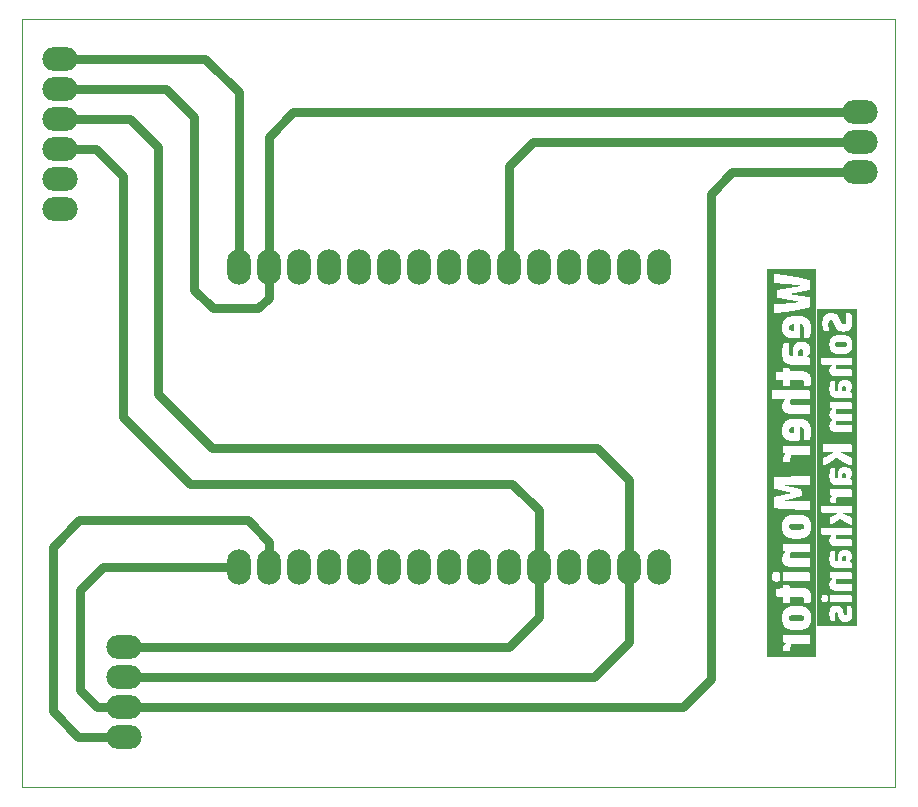
<source format=gbr>
%TF.GenerationSoftware,KiCad,Pcbnew,7.0.6*%
%TF.CreationDate,2023-10-01T11:41:10+05:30*%
%TF.ProjectId,Wm PCB,576d2050-4342-42e6-9b69-6361645f7063,rev?*%
%TF.SameCoordinates,Original*%
%TF.FileFunction,Copper,L2,Bot*%
%TF.FilePolarity,Positive*%
%FSLAX46Y46*%
G04 Gerber Fmt 4.6, Leading zero omitted, Abs format (unit mm)*
G04 Created by KiCad (PCBNEW 7.0.6) date 2023-10-01 11:41:10*
%MOMM*%
%LPD*%
G01*
G04 APERTURE LIST*
%ADD10C,0.304800*%
%ADD11C,0.508000*%
%TA.AperFunction,ComponentPad*%
%ADD12O,2.032000X3.000000*%
%TD*%
%TA.AperFunction,ComponentPad*%
%ADD13O,3.000000X2.032000*%
%TD*%
%TA.AperFunction,Conductor*%
%ADD14C,0.762000*%
%TD*%
%TA.AperFunction,Profile*%
%ADD15C,0.100000*%
%TD*%
G04 APERTURE END LIST*
D10*
G36*
X180104998Y-114420027D02*
G01*
X180131964Y-114423935D01*
X180160245Y-114432063D01*
X180184076Y-114443942D01*
X180203458Y-114459572D01*
X180213907Y-114472077D01*
X180226768Y-114493931D01*
X180236968Y-114519012D01*
X180244507Y-114547322D01*
X180248757Y-114573379D01*
X180251159Y-114601678D01*
X180251750Y-114625930D01*
X180251172Y-114652248D01*
X180249438Y-114677693D01*
X180245328Y-114710263D01*
X180239163Y-114741282D01*
X180230943Y-114770750D01*
X180220668Y-114798667D01*
X180208338Y-114825033D01*
X180193953Y-114849848D01*
X180185990Y-114861674D01*
X179894413Y-114861674D01*
X179894413Y-114632755D01*
X179895159Y-114604372D01*
X179897399Y-114578161D01*
X179902297Y-114548451D01*
X179909527Y-114522134D01*
X179919091Y-114499209D01*
X179933645Y-114476177D01*
X179942182Y-114466494D01*
X179961215Y-114450260D01*
X179982952Y-114437384D01*
X180007394Y-114427868D01*
X180034541Y-114421710D01*
X180059229Y-114419144D01*
X180074943Y-114418725D01*
X180104998Y-114420027D01*
G37*
G36*
X180104998Y-107414732D02*
G01*
X180131964Y-107418640D01*
X180160245Y-107426767D01*
X180184076Y-107438647D01*
X180203458Y-107454277D01*
X180213907Y-107466782D01*
X180226768Y-107488636D01*
X180236968Y-107513717D01*
X180244507Y-107542027D01*
X180248757Y-107568084D01*
X180251159Y-107596382D01*
X180251750Y-107620635D01*
X180251172Y-107646953D01*
X180249438Y-107672398D01*
X180245328Y-107704968D01*
X180239163Y-107735987D01*
X180230943Y-107765454D01*
X180220668Y-107793371D01*
X180208338Y-107819737D01*
X180193953Y-107844552D01*
X180185990Y-107856378D01*
X179894413Y-107856378D01*
X179894413Y-107627459D01*
X179895159Y-107599077D01*
X179897399Y-107572866D01*
X179902297Y-107543156D01*
X179909527Y-107516838D01*
X179919091Y-107493914D01*
X179933645Y-107470882D01*
X179942182Y-107461198D01*
X179961215Y-107444964D01*
X179982952Y-107432089D01*
X180007394Y-107422573D01*
X180034541Y-107416415D01*
X180059229Y-107413849D01*
X180074943Y-107413429D01*
X180104998Y-107414732D01*
G37*
G36*
X180104998Y-100039692D02*
G01*
X180131964Y-100043600D01*
X180160245Y-100051728D01*
X180184076Y-100063607D01*
X180203458Y-100079238D01*
X180213907Y-100091742D01*
X180226768Y-100113596D01*
X180236968Y-100138677D01*
X180244507Y-100166987D01*
X180248757Y-100193044D01*
X180251159Y-100221343D01*
X180251750Y-100245595D01*
X180251172Y-100271913D01*
X180249438Y-100297358D01*
X180245328Y-100329928D01*
X180239163Y-100360947D01*
X180230943Y-100390415D01*
X180220668Y-100418332D01*
X180208338Y-100444698D01*
X180193953Y-100469513D01*
X180185990Y-100481339D01*
X179894413Y-100481339D01*
X179894413Y-100252420D01*
X179895159Y-100224037D01*
X179897399Y-100197826D01*
X179902297Y-100168116D01*
X179909527Y-100141799D01*
X179919091Y-100118874D01*
X179933645Y-100095842D01*
X179942182Y-100086159D01*
X179961215Y-100069925D01*
X179982952Y-100057049D01*
X180007394Y-100047533D01*
X180034541Y-100041375D01*
X180059229Y-100038809D01*
X180074943Y-100038390D01*
X180104998Y-100039692D01*
G37*
G36*
X179822403Y-96309381D02*
G01*
X179851578Y-96309610D01*
X179879575Y-96309991D01*
X179906394Y-96310526D01*
X179932036Y-96311213D01*
X179964392Y-96312366D01*
X179994655Y-96313791D01*
X180022824Y-96315488D01*
X180048899Y-96317455D01*
X180055091Y-96317990D01*
X180084616Y-96321276D01*
X180111930Y-96325320D01*
X180137033Y-96330122D01*
X180164238Y-96336883D01*
X180188258Y-96344734D01*
X180205842Y-96352110D01*
X180229688Y-96365410D01*
X180251231Y-96382503D01*
X180267180Y-96401854D01*
X180274704Y-96416009D01*
X180282801Y-96440306D01*
X180287774Y-96465198D01*
X180290653Y-96493193D01*
X180291454Y-96520233D01*
X180290653Y-96547001D01*
X180287774Y-96574685D01*
X180282801Y-96599268D01*
X180274704Y-96623215D01*
X180260782Y-96646576D01*
X180242347Y-96665115D01*
X180221264Y-96679616D01*
X180205842Y-96687734D01*
X180180605Y-96697819D01*
X180155523Y-96705235D01*
X180127257Y-96711516D01*
X180101270Y-96715884D01*
X180073071Y-96719464D01*
X180055091Y-96721235D01*
X180029539Y-96723416D01*
X180001893Y-96725306D01*
X179972154Y-96726905D01*
X179940321Y-96728214D01*
X179915072Y-96729005D01*
X179888645Y-96729632D01*
X179861041Y-96730095D01*
X179832259Y-96730395D01*
X179802299Y-96730531D01*
X179792051Y-96730540D01*
X179762158Y-96730459D01*
X179733433Y-96730213D01*
X179705874Y-96729804D01*
X179679482Y-96729232D01*
X179654256Y-96728496D01*
X179622438Y-96727260D01*
X179592694Y-96725733D01*
X179565024Y-96723915D01*
X179539428Y-96721807D01*
X179533354Y-96721235D01*
X179504380Y-96718127D01*
X179477556Y-96714231D01*
X179452883Y-96709548D01*
X179426115Y-96702889D01*
X179402444Y-96695095D01*
X179385084Y-96687734D01*
X179360967Y-96674396D01*
X179341347Y-96659197D01*
X179324651Y-96639873D01*
X179315601Y-96623215D01*
X179307504Y-96599268D01*
X179302532Y-96574685D01*
X179299653Y-96547001D01*
X179298851Y-96520233D01*
X179299653Y-96493193D01*
X179302532Y-96465198D01*
X179307504Y-96440306D01*
X179315601Y-96416009D01*
X179329584Y-96392975D01*
X179348177Y-96374628D01*
X179369483Y-96360214D01*
X179385084Y-96352110D01*
X179409990Y-96341996D01*
X179434694Y-96334508D01*
X179462494Y-96328110D01*
X179488027Y-96323612D01*
X179515711Y-96319871D01*
X179533354Y-96317990D01*
X179558431Y-96315954D01*
X179585582Y-96314190D01*
X179614807Y-96312697D01*
X179646107Y-96311476D01*
X179670943Y-96310738D01*
X179696947Y-96310153D01*
X179724117Y-96309720D01*
X179752453Y-96309440D01*
X179781957Y-96309313D01*
X179792051Y-96309304D01*
X179822403Y-96309381D01*
G37*
G36*
X181130761Y-120369936D02*
G01*
X177784575Y-120369936D01*
X177784575Y-119299849D01*
X178822402Y-119299849D01*
X178822523Y-119325886D01*
X178822887Y-119351263D01*
X178823886Y-119388093D01*
X178825431Y-119423440D01*
X178827521Y-119457304D01*
X178830157Y-119489685D01*
X178833337Y-119520582D01*
X178837063Y-119549997D01*
X178841334Y-119577929D01*
X178846151Y-119604377D01*
X178851512Y-119629342D01*
X178853421Y-119637334D01*
X178860943Y-119668092D01*
X178868310Y-119696774D01*
X178875522Y-119723383D01*
X178882578Y-119747917D01*
X178891181Y-119775667D01*
X178899542Y-119800176D01*
X178909255Y-119825309D01*
X178920174Y-119847897D01*
X178933465Y-119870776D01*
X178949382Y-119892344D01*
X178968215Y-119910768D01*
X178972533Y-119914023D01*
X178995014Y-119926318D01*
X179020517Y-119933869D01*
X179047095Y-119937868D01*
X179073041Y-119939359D01*
X179082340Y-119939458D01*
X179323666Y-119939458D01*
X179321919Y-119910470D01*
X179320245Y-119882441D01*
X179318643Y-119855373D01*
X179317114Y-119829264D01*
X179315657Y-119804114D01*
X179313609Y-119768189D01*
X179311724Y-119734423D01*
X179310003Y-119702817D01*
X179308445Y-119673370D01*
X179307051Y-119646082D01*
X179305821Y-119620953D01*
X179304435Y-119590806D01*
X179303126Y-119563597D01*
X179301992Y-119538113D01*
X179300820Y-119508684D01*
X179299920Y-119481952D01*
X179299200Y-119453432D01*
X179298857Y-119425064D01*
X179298851Y-119421443D01*
X179299152Y-119391966D01*
X179300053Y-119364330D01*
X179301556Y-119338536D01*
X179304279Y-119308883D01*
X179307941Y-119282108D01*
X179313576Y-119253777D01*
X179318083Y-119237191D01*
X179329050Y-119212777D01*
X179347836Y-119192217D01*
X179373290Y-119179490D01*
X179401034Y-119174778D01*
X179409899Y-119174533D01*
X179438308Y-119177354D01*
X179462740Y-119185814D01*
X179483193Y-119199915D01*
X179499669Y-119219656D01*
X179507298Y-119233469D01*
X179517556Y-119257904D01*
X179526138Y-119281831D01*
X179534750Y-119309000D01*
X179541661Y-119333069D01*
X179548592Y-119359212D01*
X179555542Y-119387429D01*
X179562511Y-119417721D01*
X179569845Y-119445538D01*
X179577190Y-119472690D01*
X179584545Y-119499176D01*
X179591911Y-119524998D01*
X179599289Y-119550154D01*
X179606677Y-119574645D01*
X179614076Y-119598471D01*
X179623958Y-119629204D01*
X179633860Y-119658754D01*
X179641299Y-119680140D01*
X179651439Y-119707573D01*
X179662315Y-119733726D01*
X179673927Y-119758599D01*
X179686277Y-119782192D01*
X179699363Y-119804507D01*
X179713185Y-119825541D01*
X179731500Y-119850035D01*
X179743041Y-119863772D01*
X179763409Y-119885367D01*
X179785353Y-119905175D01*
X179808871Y-119923196D01*
X179833965Y-119939429D01*
X179860634Y-119953875D01*
X179888878Y-119966534D01*
X179900617Y-119971097D01*
X179925151Y-119979530D01*
X179951294Y-119986839D01*
X179979046Y-119993024D01*
X180008407Y-119998084D01*
X180039378Y-120002019D01*
X180071957Y-120004830D01*
X180097448Y-120006201D01*
X180123843Y-120006938D01*
X180141943Y-120007079D01*
X180175607Y-120006621D01*
X180208203Y-120005247D01*
X180239729Y-120002957D01*
X180270187Y-119999751D01*
X180299576Y-119995629D01*
X180327897Y-119990591D01*
X180355148Y-119984636D01*
X180381331Y-119977766D01*
X180406446Y-119969980D01*
X180430491Y-119961278D01*
X180445928Y-119954967D01*
X180475551Y-119941445D01*
X180503623Y-119926624D01*
X180530144Y-119910504D01*
X180555114Y-119893085D01*
X180578534Y-119874367D01*
X180600402Y-119854350D01*
X180620719Y-119833034D01*
X180639486Y-119810420D01*
X180656653Y-119786603D01*
X180672482Y-119761681D01*
X180686974Y-119735654D01*
X180700127Y-119708523D01*
X180711944Y-119680286D01*
X180722422Y-119650944D01*
X180731563Y-119620497D01*
X180739366Y-119588945D01*
X180744466Y-119564643D01*
X180749065Y-119539894D01*
X180753161Y-119514698D01*
X180756756Y-119489055D01*
X180759850Y-119462964D01*
X180762441Y-119436427D01*
X180764532Y-119409442D01*
X180766120Y-119382011D01*
X180767207Y-119354132D01*
X180767792Y-119325806D01*
X180767904Y-119306674D01*
X180767647Y-119272743D01*
X180766879Y-119239346D01*
X180765597Y-119206483D01*
X180763803Y-119174155D01*
X180761497Y-119142362D01*
X180758678Y-119111102D01*
X180755346Y-119080377D01*
X180751502Y-119050187D01*
X180747146Y-119020530D01*
X180742277Y-118991408D01*
X180738746Y-118972290D01*
X180733390Y-118944612D01*
X180728023Y-118918340D01*
X180722645Y-118893474D01*
X180715457Y-118862509D01*
X180708250Y-118834044D01*
X180701023Y-118808080D01*
X180691963Y-118779142D01*
X180682873Y-118754112D01*
X180681051Y-118749575D01*
X180669891Y-118726820D01*
X180655714Y-118703911D01*
X180637985Y-118682527D01*
X180618627Y-118666262D01*
X180610948Y-118661482D01*
X180585997Y-118650386D01*
X180561182Y-118643571D01*
X180533886Y-118639626D01*
X180507966Y-118638528D01*
X180266019Y-118638528D01*
X180268080Y-118666579D01*
X180270075Y-118694434D01*
X180272006Y-118722093D01*
X180273870Y-118749556D01*
X180275670Y-118776822D01*
X180277404Y-118803892D01*
X180279072Y-118830766D01*
X180280675Y-118857443D01*
X180282213Y-118883924D01*
X180283685Y-118910209D01*
X180284630Y-118927623D01*
X180285850Y-118953479D01*
X180286949Y-118978703D01*
X180288229Y-119011350D01*
X180289295Y-119042873D01*
X180290148Y-119073271D01*
X180290788Y-119102545D01*
X180291214Y-119130695D01*
X180291428Y-119157720D01*
X180291454Y-119170811D01*
X180291225Y-119200138D01*
X180290538Y-119227634D01*
X180289393Y-119253297D01*
X180287154Y-119284665D01*
X180284101Y-119312776D01*
X180280233Y-119337629D01*
X180274253Y-119364117D01*
X180265398Y-119389184D01*
X180251416Y-119411423D01*
X180232269Y-119428200D01*
X180207956Y-119439514D01*
X180183005Y-119444865D01*
X180159314Y-119446258D01*
X180133442Y-119444415D01*
X180109441Y-119437709D01*
X180104100Y-119435092D01*
X180083938Y-119420047D01*
X180067823Y-119399505D01*
X180065637Y-119396008D01*
X180053133Y-119371813D01*
X180043512Y-119347386D01*
X180035475Y-119322086D01*
X180034618Y-119319081D01*
X180027290Y-119293258D01*
X180020560Y-119267482D01*
X180014555Y-119243026D01*
X180008332Y-119216388D01*
X180002979Y-119192524D01*
X179996189Y-119164751D01*
X179989311Y-119137730D01*
X179982347Y-119111461D01*
X179975295Y-119085945D01*
X179968155Y-119061182D01*
X179960929Y-119037171D01*
X179951158Y-119006326D01*
X179941232Y-118976820D01*
X179931151Y-118948651D01*
X179926052Y-118935068D01*
X179915506Y-118908789D01*
X179904339Y-118883615D01*
X179892552Y-118859547D01*
X179880144Y-118836583D01*
X179867116Y-118814724D01*
X179853468Y-118793971D01*
X179835535Y-118769583D01*
X179824310Y-118755779D01*
X179804478Y-118734393D01*
X179782980Y-118714824D01*
X179759816Y-118697073D01*
X179734986Y-118681140D01*
X179708490Y-118667024D01*
X179680327Y-118654725D01*
X179668596Y-118650315D01*
X179644062Y-118642463D01*
X179617919Y-118635659D01*
X179590167Y-118629901D01*
X179560805Y-118625190D01*
X179529835Y-118621526D01*
X179497256Y-118618908D01*
X179471765Y-118617632D01*
X179445369Y-118616945D01*
X179427269Y-118616815D01*
X179392989Y-118617251D01*
X179359941Y-118618559D01*
X179328126Y-118620740D01*
X179297543Y-118623794D01*
X179268192Y-118627720D01*
X179240073Y-118632518D01*
X179213187Y-118638188D01*
X179187532Y-118644732D01*
X179163111Y-118652147D01*
X179132465Y-118663391D01*
X179125146Y-118666445D01*
X179096754Y-118679647D01*
X179069893Y-118694129D01*
X179044565Y-118709890D01*
X179020767Y-118726931D01*
X178998502Y-118745252D01*
X178977767Y-118764852D01*
X178958565Y-118785732D01*
X178940894Y-118807891D01*
X178924512Y-118831223D01*
X178909487Y-118855621D01*
X178895820Y-118881085D01*
X178883509Y-118907616D01*
X178872555Y-118935213D01*
X178862959Y-118963877D01*
X178854720Y-118993606D01*
X178847837Y-119024402D01*
X178841876Y-119056119D01*
X178836709Y-119088611D01*
X178833356Y-119113489D01*
X178830450Y-119138804D01*
X178827991Y-119164554D01*
X178825979Y-119190741D01*
X178824414Y-119217364D01*
X178823296Y-119244423D01*
X178822625Y-119271918D01*
X178822402Y-119299849D01*
X177784575Y-119299849D01*
X177784575Y-118025595D01*
X178147432Y-118025595D01*
X178147993Y-118058867D01*
X178149678Y-118090284D01*
X178152486Y-118119848D01*
X178156418Y-118147558D01*
X178161472Y-118173414D01*
X178169959Y-118205004D01*
X178180442Y-118233299D01*
X178192922Y-118258299D01*
X178207399Y-118280002D01*
X178211331Y-118284913D01*
X178228653Y-118302943D01*
X178248670Y-118318568D01*
X178271381Y-118331790D01*
X178296788Y-118342608D01*
X178324889Y-118351022D01*
X178355685Y-118357032D01*
X178380550Y-118359962D01*
X178406931Y-118361539D01*
X178425361Y-118361840D01*
X178452752Y-118361164D01*
X178478628Y-118359135D01*
X178510772Y-118354327D01*
X178540220Y-118347115D01*
X178566974Y-118337500D01*
X178591033Y-118325480D01*
X178612397Y-118311056D01*
X178631067Y-118294228D01*
X178639391Y-118284913D01*
X178654367Y-118264033D01*
X178667346Y-118239858D01*
X178678329Y-118212387D01*
X178687315Y-118181620D01*
X178692744Y-118156382D01*
X178697049Y-118129290D01*
X178700232Y-118100345D01*
X178702291Y-118069545D01*
X178703227Y-118036892D01*
X178703290Y-118025595D01*
X178702728Y-117992435D01*
X178701043Y-117961117D01*
X178698235Y-117931643D01*
X178694304Y-117904011D01*
X178689249Y-117878223D01*
X178680763Y-117846705D01*
X178670279Y-117818463D01*
X178657799Y-117793498D01*
X178643322Y-117771809D01*
X178639391Y-117766898D01*
X178622069Y-117748869D01*
X178602052Y-117733243D01*
X178589530Y-117725953D01*
X178862106Y-117725953D01*
X178862106Y-118189995D01*
X178864074Y-118220966D01*
X178869977Y-118247807D01*
X178882890Y-118275551D01*
X178901953Y-118296843D01*
X178927165Y-118311683D01*
X178951762Y-118318909D01*
X178980294Y-118322007D01*
X178988042Y-118322136D01*
X180728200Y-118322136D01*
X180728200Y-117858094D01*
X180726232Y-117827123D01*
X180720328Y-117800282D01*
X180707415Y-117772538D01*
X180688352Y-117751246D01*
X180663141Y-117736406D01*
X180638544Y-117729180D01*
X180610011Y-117726082D01*
X180602263Y-117725953D01*
X178862106Y-117725953D01*
X178589530Y-117725953D01*
X178579340Y-117720021D01*
X178553934Y-117709203D01*
X178525833Y-117700789D01*
X178495037Y-117694780D01*
X178470171Y-117691850D01*
X178443790Y-117690272D01*
X178425361Y-117689972D01*
X178397969Y-117690648D01*
X178372093Y-117692676D01*
X178339950Y-117697484D01*
X178310501Y-117704696D01*
X178283748Y-117714312D01*
X178259689Y-117726331D01*
X178238324Y-117740755D01*
X178219655Y-117757583D01*
X178211331Y-117766898D01*
X178196354Y-117787768D01*
X178183375Y-117811914D01*
X178172392Y-117839337D01*
X178163407Y-117870036D01*
X178157978Y-117895210D01*
X178153672Y-117922228D01*
X178150490Y-117951088D01*
X178148430Y-117981791D01*
X178147494Y-118014337D01*
X178147432Y-118025595D01*
X177784575Y-118025595D01*
X177784575Y-116859907D01*
X178822402Y-116859907D01*
X178823019Y-116891129D01*
X178824869Y-116921359D01*
X178827953Y-116950598D01*
X178832270Y-116978845D01*
X178837820Y-117006102D01*
X178844605Y-117032367D01*
X178852622Y-117057642D01*
X178861873Y-117081925D01*
X178872358Y-117105217D01*
X178884076Y-117127518D01*
X178897028Y-117148827D01*
X178926631Y-117188473D01*
X178961169Y-117224155D01*
X178980288Y-117240509D01*
X179000640Y-117255871D01*
X179022226Y-117270243D01*
X179045046Y-117283624D01*
X179069099Y-117296013D01*
X179094385Y-117307411D01*
X179120905Y-117317818D01*
X179148658Y-117327234D01*
X179177645Y-117335659D01*
X179207866Y-117343092D01*
X179239319Y-117349535D01*
X179272007Y-117354986D01*
X179305927Y-117359446D01*
X179341082Y-117362915D01*
X179377470Y-117365393D01*
X179415091Y-117366880D01*
X179453945Y-117367376D01*
X180728200Y-117367376D01*
X180728200Y-116902713D01*
X180726241Y-116871743D01*
X180720367Y-116844902D01*
X180707517Y-116817158D01*
X180688549Y-116795866D01*
X180663461Y-116781026D01*
X180638985Y-116773799D01*
X180610593Y-116770702D01*
X180602883Y-116770573D01*
X179520946Y-116770573D01*
X179493047Y-116769695D01*
X179467511Y-116767059D01*
X179439987Y-116761578D01*
X179415865Y-116753566D01*
X179392023Y-116741022D01*
X179383223Y-116734591D01*
X179365818Y-116716211D01*
X179352688Y-116692013D01*
X179344837Y-116666641D01*
X179340126Y-116636993D01*
X179338599Y-116609022D01*
X179338555Y-116603071D01*
X179339680Y-116575891D01*
X179343053Y-116548323D01*
X179347850Y-116523883D01*
X179354368Y-116499146D01*
X179356546Y-116492024D01*
X179365249Y-116467915D01*
X179377230Y-116442470D01*
X179391382Y-116419273D01*
X179407706Y-116398326D01*
X179409899Y-116395866D01*
X180728200Y-116395866D01*
X180728200Y-115931203D01*
X180726232Y-115900233D01*
X180720328Y-115873392D01*
X180707415Y-115845648D01*
X180688352Y-115824355D01*
X180663141Y-115809516D01*
X180638544Y-115802289D01*
X180610011Y-115799192D01*
X180602263Y-115799063D01*
X178862106Y-115799063D01*
X178862106Y-116142131D01*
X178863066Y-116171030D01*
X178865945Y-116196308D01*
X178871729Y-116221223D01*
X178883005Y-116246015D01*
X178889403Y-116254420D01*
X178909762Y-116271372D01*
X178932519Y-116284353D01*
X178956844Y-116295338D01*
X178980514Y-116304392D01*
X179007274Y-116313355D01*
X179072414Y-116335069D01*
X179047632Y-116358511D01*
X179024235Y-116381844D01*
X179002223Y-116405068D01*
X178981596Y-116428183D01*
X178962354Y-116451189D01*
X178944497Y-116474086D01*
X178928025Y-116496874D01*
X178912938Y-116519553D01*
X178899236Y-116542123D01*
X178886919Y-116564584D01*
X178879477Y-116579497D01*
X178869277Y-116602307D01*
X178860080Y-116625836D01*
X178851887Y-116650086D01*
X178844697Y-116675054D01*
X178838510Y-116700743D01*
X178833326Y-116727152D01*
X178829146Y-116754280D01*
X178825969Y-116782128D01*
X178823795Y-116810695D01*
X178822625Y-116839983D01*
X178822402Y-116859907D01*
X177784575Y-116859907D01*
X177784575Y-114661292D01*
X178822402Y-114661292D01*
X178822574Y-114687195D01*
X178823090Y-114712638D01*
X178823950Y-114737620D01*
X178826703Y-114786203D01*
X178830833Y-114832945D01*
X178836339Y-114877845D01*
X178843221Y-114920903D01*
X178851480Y-114962119D01*
X178861115Y-115001493D01*
X178872127Y-115039026D01*
X178884515Y-115074717D01*
X178898279Y-115108567D01*
X178913420Y-115140574D01*
X178929938Y-115170740D01*
X178947832Y-115199064D01*
X178967102Y-115225546D01*
X178987749Y-115250187D01*
X178998589Y-115261817D01*
X179021124Y-115283903D01*
X179044836Y-115304565D01*
X179069726Y-115323801D01*
X179095794Y-115341613D01*
X179123040Y-115357999D01*
X179151463Y-115372961D01*
X179181064Y-115386498D01*
X179211843Y-115398610D01*
X179243800Y-115409297D01*
X179276935Y-115418559D01*
X179311247Y-115426396D01*
X179346737Y-115432808D01*
X179383404Y-115437795D01*
X179421250Y-115441358D01*
X179460273Y-115443495D01*
X179500474Y-115444207D01*
X180728200Y-115444207D01*
X180728200Y-115101139D01*
X180727540Y-115075662D01*
X180725059Y-115049144D01*
X180722616Y-115034759D01*
X180713466Y-115010254D01*
X180698421Y-114990092D01*
X180678556Y-114974488D01*
X180656488Y-114962068D01*
X180648791Y-114958452D01*
X180625207Y-114948643D01*
X180600585Y-114939725D01*
X180575836Y-114931699D01*
X180570003Y-114929915D01*
X180506725Y-114908202D01*
X180526306Y-114889688D01*
X180545654Y-114869816D01*
X180564769Y-114848588D01*
X180583652Y-114826002D01*
X180602302Y-114802059D01*
X180620719Y-114776760D01*
X180638904Y-114750103D01*
X180652390Y-114729220D01*
X180656856Y-114722089D01*
X180669606Y-114700211D01*
X180681102Y-114677385D01*
X180691343Y-114653610D01*
X180700331Y-114628887D01*
X180708065Y-114603215D01*
X180714544Y-114576593D01*
X180719769Y-114549024D01*
X180723741Y-114520505D01*
X180726458Y-114491038D01*
X180727921Y-114460622D01*
X180728200Y-114439817D01*
X180727589Y-114408178D01*
X180725757Y-114377469D01*
X180722703Y-114347691D01*
X180718429Y-114318844D01*
X180712932Y-114290927D01*
X180706215Y-114263941D01*
X180698276Y-114237885D01*
X180689116Y-114212759D01*
X180678734Y-114188565D01*
X180667131Y-114165301D01*
X180654307Y-114142967D01*
X180640261Y-114121564D01*
X180624994Y-114101092D01*
X180608506Y-114081550D01*
X180590796Y-114062938D01*
X180571865Y-114045258D01*
X180551734Y-114028580D01*
X180530580Y-114012979D01*
X180508404Y-113998453D01*
X180485206Y-113985004D01*
X180460984Y-113972630D01*
X180435740Y-113961332D01*
X180409474Y-113951111D01*
X180382184Y-113941965D01*
X180353872Y-113933895D01*
X180324538Y-113926901D01*
X180294180Y-113920984D01*
X180262801Y-113916142D01*
X180230398Y-113912376D01*
X180196973Y-113909686D01*
X180162525Y-113908072D01*
X180127054Y-113907534D01*
X180090868Y-113908085D01*
X180056055Y-113909737D01*
X180022617Y-113912490D01*
X179990552Y-113916345D01*
X179959862Y-113921302D01*
X179930545Y-113927359D01*
X179902603Y-113934519D01*
X179876034Y-113942779D01*
X179850840Y-113952141D01*
X179827020Y-113962605D01*
X179811903Y-113970192D01*
X179790204Y-113982300D01*
X179762883Y-113999564D01*
X179737404Y-114018108D01*
X179713766Y-114037931D01*
X179691971Y-114059033D01*
X179672017Y-114081415D01*
X179653905Y-114105077D01*
X179637635Y-114130018D01*
X179633855Y-114136453D01*
X179619470Y-114162800D01*
X179606403Y-114190038D01*
X179594655Y-114218168D01*
X179584225Y-114247190D01*
X179575113Y-114277104D01*
X179567319Y-114307910D01*
X179560844Y-114339607D01*
X179555687Y-114372196D01*
X179552361Y-114397071D01*
X179549362Y-114422141D01*
X179546691Y-114447408D01*
X179544346Y-114472872D01*
X179542329Y-114498531D01*
X179540638Y-114524387D01*
X179539275Y-114550440D01*
X179538239Y-114576688D01*
X179537530Y-114603133D01*
X179537149Y-114629774D01*
X179537076Y-114647644D01*
X179537076Y-114861674D01*
X179537076Y-114865396D01*
X179444019Y-114865396D01*
X179415042Y-114863472D01*
X179389761Y-114857702D01*
X179364301Y-114845699D01*
X179344163Y-114828156D01*
X179329347Y-114805074D01*
X179322426Y-114786608D01*
X179315634Y-114759897D01*
X179309994Y-114729005D01*
X179306310Y-114701282D01*
X179303364Y-114670884D01*
X179301153Y-114637810D01*
X179299979Y-114611249D01*
X179299220Y-114583183D01*
X179298874Y-114553612D01*
X179298851Y-114543420D01*
X179298917Y-114516236D01*
X179299113Y-114489586D01*
X179299440Y-114463470D01*
X179299898Y-114437888D01*
X179300487Y-114412841D01*
X179301476Y-114380276D01*
X179302697Y-114348661D01*
X179304151Y-114317996D01*
X179305838Y-114288281D01*
X179306296Y-114281001D01*
X179307895Y-114253307D01*
X179309281Y-114228230D01*
X179310714Y-114200565D01*
X179311994Y-114172764D01*
X179312880Y-114147773D01*
X179313120Y-114132731D01*
X179311428Y-114104775D01*
X179305350Y-114077479D01*
X179293229Y-114052702D01*
X179277758Y-114035952D01*
X179256684Y-114022157D01*
X179231312Y-114012124D01*
X179206716Y-114007861D01*
X179195248Y-114007415D01*
X178943996Y-114007415D01*
X178933352Y-114033451D01*
X178922825Y-114061620D01*
X178912415Y-114091922D01*
X178904683Y-114116047D01*
X178897017Y-114141372D01*
X178889416Y-114167897D01*
X178881881Y-114195622D01*
X178874411Y-114224545D01*
X178867006Y-114254669D01*
X178862106Y-114275418D01*
X178855010Y-114307377D01*
X178848613Y-114340208D01*
X178842913Y-114373912D01*
X178837911Y-114408488D01*
X178833607Y-114443937D01*
X178830001Y-114480258D01*
X178827093Y-114517452D01*
X178825543Y-114542732D01*
X178824302Y-114568400D01*
X178823371Y-114594456D01*
X178822751Y-114620900D01*
X178822441Y-114647731D01*
X178822402Y-114661292D01*
X177784575Y-114661292D01*
X177784575Y-112034616D01*
X178147432Y-112034616D01*
X178147432Y-112499279D01*
X178149390Y-112530249D01*
X178155264Y-112557090D01*
X178168114Y-112584834D01*
X178187083Y-112606126D01*
X178212170Y-112620966D01*
X178236646Y-112628193D01*
X178265038Y-112631290D01*
X178272748Y-112631419D01*
X179033330Y-112631419D01*
X179007788Y-112655829D01*
X178983894Y-112680826D01*
X178961647Y-112706409D01*
X178941049Y-112732579D01*
X178922098Y-112759335D01*
X178904796Y-112786678D01*
X178889141Y-112814607D01*
X178875134Y-112843122D01*
X178862775Y-112872224D01*
X178852064Y-112901913D01*
X178843000Y-112932188D01*
X178835585Y-112963049D01*
X178829817Y-112994497D01*
X178825698Y-113026531D01*
X178823226Y-113059152D01*
X178822402Y-113092359D01*
X178823019Y-113123771D01*
X178824869Y-113154186D01*
X178827953Y-113183603D01*
X178832270Y-113212024D01*
X178837820Y-113239447D01*
X178844605Y-113265873D01*
X178852622Y-113291302D01*
X178861873Y-113315733D01*
X178872358Y-113339168D01*
X178884076Y-113361605D01*
X178897028Y-113383045D01*
X178911213Y-113403488D01*
X178926631Y-113422933D01*
X178943283Y-113441381D01*
X178961169Y-113458833D01*
X178980288Y-113475286D01*
X179000640Y-113490743D01*
X179022226Y-113505203D01*
X179045046Y-113518665D01*
X179069099Y-113531130D01*
X179094385Y-113542598D01*
X179120905Y-113553069D01*
X179148658Y-113562542D01*
X179177645Y-113571018D01*
X179207866Y-113578497D01*
X179239319Y-113584979D01*
X179272007Y-113590464D01*
X179305927Y-113594951D01*
X179341082Y-113598442D01*
X179377470Y-113600935D01*
X179415091Y-113602430D01*
X179453945Y-113602929D01*
X180728200Y-113602929D01*
X180728200Y-113138887D01*
X180726241Y-113107771D01*
X180720367Y-113080804D01*
X180710577Y-113057986D01*
X180692832Y-113035298D01*
X180668968Y-113019091D01*
X180645471Y-113010794D01*
X180618058Y-113006645D01*
X180602883Y-113006127D01*
X179520946Y-113006127D01*
X179493047Y-113005248D01*
X179467511Y-113002613D01*
X179439987Y-112997131D01*
X179415865Y-112989119D01*
X179392023Y-112976575D01*
X179383223Y-112970145D01*
X179365818Y-112951765D01*
X179352688Y-112927566D01*
X179344837Y-112902194D01*
X179340126Y-112872547D01*
X179338599Y-112844575D01*
X179338555Y-112838625D01*
X179339680Y-112811445D01*
X179343053Y-112783877D01*
X179347850Y-112759436D01*
X179354368Y-112734700D01*
X179356546Y-112727577D01*
X179365278Y-112703468D01*
X179377366Y-112678023D01*
X179391702Y-112654827D01*
X179408288Y-112633879D01*
X179410519Y-112631419D01*
X180728200Y-112631419D01*
X180728200Y-112166757D01*
X180726241Y-112135786D01*
X180720367Y-112108945D01*
X180707517Y-112081201D01*
X180688549Y-112059909D01*
X180663461Y-112045069D01*
X180638985Y-112037842D01*
X180610593Y-112034745D01*
X180602883Y-112034616D01*
X178147432Y-112034616D01*
X177784575Y-112034616D01*
X177784575Y-110151152D01*
X178147432Y-110151152D01*
X178147432Y-110615815D01*
X178149390Y-110646785D01*
X178155264Y-110673626D01*
X178168114Y-110701370D01*
X178187083Y-110722662D01*
X178212170Y-110737502D01*
X178236646Y-110744729D01*
X178265038Y-110747826D01*
X178272748Y-110747955D01*
X179592910Y-110747955D01*
X179567242Y-110767766D01*
X179541729Y-110787029D01*
X179516371Y-110805744D01*
X179491168Y-110823912D01*
X179466120Y-110841532D01*
X179441228Y-110858605D01*
X179416490Y-110875130D01*
X179391908Y-110891107D01*
X179367480Y-110906536D01*
X179343208Y-110921418D01*
X179319091Y-110935752D01*
X179295129Y-110949539D01*
X179271322Y-110962777D01*
X179247670Y-110975468D01*
X179224173Y-110987612D01*
X179200832Y-110999207D01*
X179177626Y-111010503D01*
X179154691Y-111021589D01*
X179132028Y-111032468D01*
X179098542Y-111048395D01*
X179065667Y-111063853D01*
X179033403Y-111078842D01*
X179001749Y-111093362D01*
X178970706Y-111107413D01*
X178940273Y-111120995D01*
X178910452Y-111134109D01*
X178881241Y-111146753D01*
X178862106Y-111154922D01*
X178862106Y-111615862D01*
X178864590Y-111641586D01*
X178873060Y-111667503D01*
X178885977Y-111688901D01*
X178887541Y-111690928D01*
X178905838Y-111707940D01*
X178929708Y-111718651D01*
X178955956Y-111722904D01*
X178965709Y-111723187D01*
X178992062Y-111720832D01*
X179018518Y-111715161D01*
X179040154Y-111708919D01*
X179066310Y-111699175D01*
X179091290Y-111687630D01*
X179114483Y-111675302D01*
X179138923Y-111660896D01*
X179142516Y-111658668D01*
X179166567Y-111644277D01*
X179191262Y-111629253D01*
X179216600Y-111613597D01*
X179242581Y-111597309D01*
X179269206Y-111580388D01*
X179296474Y-111562834D01*
X179324385Y-111544648D01*
X179352940Y-111525830D01*
X179382139Y-111506379D01*
X179411980Y-111486295D01*
X179432232Y-111472555D01*
X179462517Y-111451784D01*
X179492421Y-111430883D01*
X179521943Y-111409851D01*
X179551083Y-111388688D01*
X179579841Y-111367394D01*
X179608218Y-111345969D01*
X179636213Y-111324413D01*
X179663827Y-111302727D01*
X179691058Y-111280909D01*
X179717909Y-111258961D01*
X179735597Y-111244256D01*
X179757358Y-111263001D01*
X179779682Y-111281702D01*
X179802568Y-111300359D01*
X179826016Y-111318973D01*
X179850027Y-111337543D01*
X179874600Y-111356070D01*
X179899735Y-111374552D01*
X179925432Y-111392992D01*
X179951691Y-111411387D01*
X179978513Y-111429739D01*
X180005897Y-111448048D01*
X180033843Y-111466312D01*
X180062351Y-111484534D01*
X180091421Y-111502711D01*
X180121054Y-111520845D01*
X180151249Y-111538935D01*
X180182074Y-111556929D01*
X180213597Y-111574772D01*
X180245818Y-111592465D01*
X180278736Y-111610007D01*
X180312353Y-111627400D01*
X180346668Y-111644642D01*
X180381680Y-111661734D01*
X180417391Y-111678675D01*
X180453799Y-111695467D01*
X180490905Y-111712108D01*
X180528710Y-111728599D01*
X180567212Y-111744939D01*
X180606412Y-111761130D01*
X180646310Y-111777170D01*
X180686906Y-111793060D01*
X180728200Y-111808799D01*
X180728200Y-111280238D01*
X180726760Y-111251143D01*
X180722442Y-111225277D01*
X180713765Y-111199178D01*
X180701169Y-111177474D01*
X180687255Y-111162367D01*
X180665541Y-111145074D01*
X180644507Y-111131087D01*
X180621572Y-111118170D01*
X180596738Y-111106321D01*
X180585513Y-111101570D01*
X180561512Y-111091818D01*
X180537899Y-111082105D01*
X180514674Y-111072431D01*
X180486187Y-111060393D01*
X180458306Y-111048416D01*
X180431032Y-111036499D01*
X180404363Y-111024643D01*
X180378088Y-111012905D01*
X180351994Y-111000955D01*
X180326083Y-110988793D01*
X180300353Y-110976418D01*
X180274805Y-110963832D01*
X180249438Y-110951034D01*
X180239343Y-110945855D01*
X180214049Y-110932878D01*
X180188573Y-110919537D01*
X180162916Y-110905833D01*
X180137077Y-110891766D01*
X180111057Y-110877335D01*
X180084854Y-110862540D01*
X180074322Y-110856521D01*
X180047653Y-110841275D01*
X180025882Y-110828620D01*
X180003723Y-110815558D01*
X179981176Y-110802089D01*
X179958242Y-110788213D01*
X179934919Y-110773930D01*
X179911209Y-110759240D01*
X179893172Y-110747955D01*
X180728200Y-110747955D01*
X180728200Y-110283293D01*
X180726241Y-110252322D01*
X180720367Y-110225481D01*
X180707517Y-110197737D01*
X180688549Y-110176445D01*
X180663461Y-110161605D01*
X180638985Y-110154378D01*
X180610593Y-110151281D01*
X180602883Y-110151152D01*
X178147432Y-110151152D01*
X177784575Y-110151152D01*
X177784575Y-108793768D01*
X178862106Y-108793768D01*
X178862106Y-109136836D01*
X178863087Y-109164724D01*
X178866713Y-109193070D01*
X178874129Y-109219940D01*
X178886642Y-109243124D01*
X178890023Y-109247263D01*
X178910928Y-109265115D01*
X178934380Y-109278592D01*
X178959491Y-109289861D01*
X178983948Y-109299051D01*
X179011617Y-109308060D01*
X179112118Y-109336598D01*
X179090475Y-109350983D01*
X179069748Y-109365990D01*
X179049937Y-109381619D01*
X179031042Y-109397869D01*
X179007274Y-109420504D01*
X178985134Y-109444243D01*
X178964623Y-109469087D01*
X178945741Y-109495036D01*
X178928486Y-109522090D01*
X178912928Y-109550075D01*
X178899445Y-109578506D01*
X178888036Y-109607382D01*
X178878701Y-109636705D01*
X178871441Y-109666473D01*
X178866255Y-109696688D01*
X178863143Y-109727348D01*
X178862106Y-109758454D01*
X178863169Y-109783399D01*
X178867895Y-109812843D01*
X178876401Y-109837924D01*
X178892349Y-109863142D01*
X178914205Y-109881545D01*
X178941967Y-109893131D01*
X178968430Y-109897493D01*
X178983079Y-109898039D01*
X179381361Y-109898039D01*
X179378941Y-109872548D01*
X179378260Y-109851510D01*
X179378260Y-109825229D01*
X179378260Y-109801260D01*
X179378541Y-109772742D01*
X179379384Y-109744263D01*
X179380789Y-109715822D01*
X179382757Y-109687421D01*
X179385287Y-109659058D01*
X179388379Y-109630734D01*
X179392034Y-109602448D01*
X179396250Y-109574202D01*
X179401272Y-109546770D01*
X179407650Y-109520617D01*
X179415385Y-109495744D01*
X179424478Y-109472150D01*
X179437751Y-109444457D01*
X179453146Y-109418764D01*
X179470661Y-109395069D01*
X179474418Y-109390570D01*
X180728200Y-109390570D01*
X180728200Y-108925908D01*
X180726241Y-108894938D01*
X180720367Y-108868097D01*
X180707517Y-108840352D01*
X180688549Y-108819060D01*
X180663461Y-108804220D01*
X180638985Y-108796994D01*
X180610593Y-108793897D01*
X180602883Y-108793768D01*
X178862106Y-108793768D01*
X177784575Y-108793768D01*
X177784575Y-107655997D01*
X178822402Y-107655997D01*
X178822574Y-107681900D01*
X178823090Y-107707343D01*
X178823950Y-107732325D01*
X178826703Y-107780908D01*
X178830833Y-107827650D01*
X178836339Y-107872549D01*
X178843221Y-107915607D01*
X178851480Y-107956824D01*
X178861115Y-107996198D01*
X178872127Y-108033731D01*
X178884515Y-108069422D01*
X178898279Y-108103271D01*
X178913420Y-108135279D01*
X178929938Y-108165445D01*
X178947832Y-108193769D01*
X178967102Y-108220251D01*
X178987749Y-108244892D01*
X178998589Y-108256521D01*
X179021124Y-108278608D01*
X179044836Y-108299269D01*
X179069726Y-108318506D01*
X179095794Y-108336317D01*
X179123040Y-108352704D01*
X179151463Y-108367666D01*
X179181064Y-108381203D01*
X179211843Y-108393315D01*
X179243800Y-108404002D01*
X179276935Y-108413264D01*
X179311247Y-108421101D01*
X179346737Y-108427513D01*
X179383404Y-108432500D01*
X179421250Y-108436062D01*
X179460273Y-108438200D01*
X179500474Y-108438912D01*
X180728200Y-108438912D01*
X180728200Y-108095844D01*
X180727540Y-108070367D01*
X180725059Y-108043849D01*
X180722616Y-108029464D01*
X180713466Y-108004959D01*
X180698421Y-107984796D01*
X180678556Y-107969193D01*
X180656488Y-107956773D01*
X180648791Y-107953157D01*
X180625207Y-107943348D01*
X180600585Y-107934430D01*
X180575836Y-107926403D01*
X180570003Y-107924620D01*
X180506725Y-107902907D01*
X180526306Y-107884392D01*
X180545654Y-107864521D01*
X180564769Y-107843292D01*
X180583652Y-107820707D01*
X180602302Y-107796764D01*
X180620719Y-107771464D01*
X180638904Y-107744808D01*
X180652390Y-107723924D01*
X180656856Y-107716794D01*
X180669606Y-107694916D01*
X180681102Y-107672090D01*
X180691343Y-107648315D01*
X180700331Y-107623592D01*
X180708065Y-107597919D01*
X180714544Y-107571298D01*
X180719769Y-107543728D01*
X180723741Y-107515210D01*
X180726458Y-107485743D01*
X180727921Y-107455327D01*
X180728200Y-107434522D01*
X180727589Y-107402883D01*
X180725757Y-107372174D01*
X180722703Y-107342396D01*
X180718429Y-107313549D01*
X180712932Y-107285632D01*
X180706215Y-107258645D01*
X180698276Y-107232590D01*
X180689116Y-107207464D01*
X180678734Y-107183270D01*
X180667131Y-107160005D01*
X180654307Y-107137672D01*
X180640261Y-107116269D01*
X180624994Y-107095796D01*
X180608506Y-107076255D01*
X180590796Y-107057643D01*
X180571865Y-107039963D01*
X180551734Y-107023285D01*
X180530580Y-107007684D01*
X180508404Y-106993158D01*
X180485206Y-106979708D01*
X180460984Y-106967335D01*
X180435740Y-106956037D01*
X180409474Y-106945815D01*
X180382184Y-106936670D01*
X180353872Y-106928600D01*
X180324538Y-106921606D01*
X180294180Y-106915688D01*
X180262801Y-106910847D01*
X180230398Y-106907081D01*
X180196973Y-106904391D01*
X180162525Y-106902777D01*
X180127054Y-106902239D01*
X180090868Y-106902790D01*
X180056055Y-106904442D01*
X180022617Y-106907195D01*
X179990552Y-106911050D01*
X179959862Y-106916006D01*
X179930545Y-106922064D01*
X179902603Y-106929223D01*
X179876034Y-106937484D01*
X179850840Y-106946846D01*
X179827020Y-106957309D01*
X179811903Y-106964897D01*
X179790204Y-106977005D01*
X179762883Y-106994269D01*
X179737404Y-107012813D01*
X179713766Y-107032636D01*
X179691971Y-107053738D01*
X179672017Y-107076120D01*
X179653905Y-107099782D01*
X179637635Y-107124723D01*
X179633855Y-107131158D01*
X179619470Y-107157505D01*
X179606403Y-107184743D01*
X179594655Y-107212873D01*
X179584225Y-107241895D01*
X179575113Y-107271809D01*
X179567319Y-107302615D01*
X179560844Y-107334312D01*
X179555687Y-107366901D01*
X179552361Y-107391776D01*
X179549362Y-107416846D01*
X179546691Y-107442113D01*
X179544346Y-107467577D01*
X179542329Y-107493236D01*
X179540638Y-107519092D01*
X179539275Y-107545144D01*
X179538239Y-107571393D01*
X179537530Y-107597838D01*
X179537149Y-107624479D01*
X179537076Y-107642348D01*
X179537076Y-107856378D01*
X179537076Y-107860101D01*
X179444019Y-107860101D01*
X179415042Y-107858177D01*
X179389761Y-107852407D01*
X179364301Y-107840404D01*
X179344163Y-107822861D01*
X179329347Y-107799779D01*
X179322426Y-107781313D01*
X179315634Y-107754601D01*
X179309994Y-107723710D01*
X179306310Y-107695987D01*
X179303364Y-107665588D01*
X179301153Y-107632514D01*
X179299979Y-107605953D01*
X179299220Y-107577887D01*
X179298874Y-107548316D01*
X179298851Y-107538125D01*
X179298917Y-107510941D01*
X179299113Y-107484290D01*
X179299440Y-107458175D01*
X179299898Y-107432593D01*
X179300487Y-107407546D01*
X179301476Y-107374981D01*
X179302697Y-107343366D01*
X179304151Y-107312701D01*
X179305838Y-107282986D01*
X179306296Y-107275706D01*
X179307895Y-107248012D01*
X179309281Y-107222935D01*
X179310714Y-107195269D01*
X179311994Y-107167469D01*
X179312880Y-107142477D01*
X179313120Y-107127436D01*
X179311428Y-107099480D01*
X179305350Y-107072183D01*
X179293229Y-107047407D01*
X179277758Y-107030657D01*
X179256684Y-107016862D01*
X179231312Y-107006829D01*
X179206716Y-107002565D01*
X179195248Y-107002120D01*
X178943996Y-107002120D01*
X178933352Y-107028156D01*
X178922825Y-107056325D01*
X178912415Y-107086626D01*
X178904683Y-107110752D01*
X178897017Y-107136077D01*
X178889416Y-107162602D01*
X178881881Y-107190326D01*
X178874411Y-107219250D01*
X178867006Y-107249374D01*
X178862106Y-107270122D01*
X178855010Y-107302081D01*
X178848613Y-107334913D01*
X178842913Y-107368617D01*
X178837911Y-107403193D01*
X178833607Y-107438642D01*
X178830001Y-107474963D01*
X178827093Y-107512157D01*
X178825543Y-107537437D01*
X178824302Y-107563105D01*
X178823371Y-107589161D01*
X178822751Y-107615604D01*
X178822441Y-107642436D01*
X178822402Y-107655997D01*
X177784575Y-107655997D01*
X177784575Y-104975969D01*
X178266544Y-104975969D01*
X178266544Y-105461724D01*
X178268502Y-105492694D01*
X178274376Y-105519535D01*
X178287226Y-105547280D01*
X178306195Y-105568572D01*
X178331283Y-105583412D01*
X178355759Y-105590638D01*
X178384150Y-105593735D01*
X178391860Y-105593864D01*
X179223786Y-105593864D01*
X179197456Y-105615114D01*
X179170889Y-105636059D01*
X179144084Y-105656699D01*
X179117042Y-105677033D01*
X179089762Y-105697062D01*
X179062245Y-105716786D01*
X179034491Y-105736204D01*
X179006499Y-105755317D01*
X178978269Y-105774125D01*
X178949802Y-105792627D01*
X178921098Y-105810824D01*
X178892155Y-105828716D01*
X178862976Y-105846302D01*
X178833559Y-105863583D01*
X178803904Y-105880558D01*
X178774012Y-105897228D01*
X178743822Y-105913751D01*
X178713429Y-105930128D01*
X178682832Y-105946359D01*
X178652031Y-105962446D01*
X178621027Y-105978386D01*
X178589819Y-105994182D01*
X178558407Y-106009832D01*
X178526792Y-106025336D01*
X178494974Y-106040695D01*
X178462952Y-106055909D01*
X178430726Y-106070978D01*
X178398297Y-106085900D01*
X178365664Y-106100678D01*
X178332828Y-106115310D01*
X178299788Y-106129797D01*
X178266544Y-106144138D01*
X178266544Y-106641060D01*
X178268802Y-106667609D01*
X178276605Y-106693078D01*
X178289982Y-106714306D01*
X178295082Y-106719848D01*
X178316827Y-106736095D01*
X178340285Y-106745013D01*
X178367257Y-106748358D01*
X178370147Y-106748385D01*
X178395474Y-106746604D01*
X178421512Y-106741261D01*
X178429083Y-106739080D01*
X178454732Y-106729774D01*
X178478319Y-106719131D01*
X178502417Y-106707033D01*
X178512213Y-106701857D01*
X178540916Y-106687356D01*
X178569947Y-106672389D01*
X178591937Y-106660859D01*
X178614113Y-106649067D01*
X178636474Y-106637013D01*
X178659020Y-106624698D01*
X178681751Y-106612121D01*
X178704668Y-106599282D01*
X178727771Y-106586181D01*
X178751059Y-106572819D01*
X178774406Y-106559344D01*
X178797689Y-106545672D01*
X178820905Y-106531805D01*
X178844057Y-106517741D01*
X178867143Y-106503481D01*
X178890164Y-106489024D01*
X178913119Y-106474372D01*
X178936008Y-106459522D01*
X178958833Y-106444477D01*
X178981592Y-106429235D01*
X178996728Y-106418965D01*
X179019350Y-106403546D01*
X179041853Y-106387995D01*
X179064236Y-106372313D01*
X179086498Y-106356501D01*
X179108641Y-106340558D01*
X179130664Y-106324484D01*
X179152567Y-106308279D01*
X179174349Y-106291943D01*
X179196012Y-106275477D01*
X179217555Y-106258879D01*
X179231851Y-106247741D01*
X179252952Y-106230991D01*
X179273682Y-106214241D01*
X179294042Y-106197491D01*
X179314031Y-106180741D01*
X179333649Y-106163990D01*
X179352897Y-106147240D01*
X179371773Y-106130490D01*
X179390279Y-106113740D01*
X179414377Y-106091406D01*
X179437816Y-106069073D01*
X179461331Y-106091713D01*
X179485347Y-106114038D01*
X179509865Y-106136046D01*
X179534885Y-106157738D01*
X179560407Y-106179114D01*
X179586430Y-106200173D01*
X179612955Y-106220917D01*
X179639981Y-106241344D01*
X179667509Y-106261454D01*
X179695539Y-106281249D01*
X179714504Y-106294270D01*
X179743133Y-106313570D01*
X179772024Y-106332619D01*
X179801177Y-106351418D01*
X179830592Y-106369965D01*
X179860268Y-106388262D01*
X179890206Y-106406308D01*
X179920406Y-106424103D01*
X179950867Y-106441648D01*
X179981591Y-106458941D01*
X180012575Y-106475984D01*
X180033377Y-106487207D01*
X180064760Y-106503848D01*
X180096329Y-106520271D01*
X180128082Y-106536476D01*
X180160022Y-106552463D01*
X180192146Y-106568231D01*
X180224456Y-106583782D01*
X180256951Y-106599114D01*
X180289632Y-106614229D01*
X180322498Y-106629125D01*
X180355549Y-106643803D01*
X180377687Y-106653468D01*
X180410811Y-106667782D01*
X180443880Y-106681879D01*
X180476895Y-106695758D01*
X180509856Y-106709418D01*
X180542762Y-106722860D01*
X180575613Y-106736084D01*
X180608410Y-106749091D01*
X180641153Y-106761879D01*
X180673841Y-106774449D01*
X180706474Y-106786800D01*
X180728200Y-106794914D01*
X180728200Y-106208658D01*
X180725914Y-106180676D01*
X180719056Y-106155901D01*
X180705621Y-106131513D01*
X180686215Y-106111312D01*
X180680430Y-106106916D01*
X180658666Y-106092433D01*
X180635715Y-106078841D01*
X180611576Y-106066140D01*
X180586250Y-106054329D01*
X180571244Y-106047980D01*
X180544876Y-106036777D01*
X180521003Y-106026674D01*
X180495403Y-106015875D01*
X180468077Y-106004380D01*
X180444973Y-105994681D01*
X180420763Y-105984537D01*
X180401881Y-105976637D01*
X180376126Y-105965702D01*
X180350041Y-105954303D01*
X180323627Y-105942438D01*
X180296883Y-105930108D01*
X180269809Y-105917313D01*
X180242406Y-105904053D01*
X180214673Y-105890327D01*
X180186611Y-105876136D01*
X180158306Y-105861644D01*
X180129846Y-105846706D01*
X180101231Y-105831323D01*
X180072461Y-105815494D01*
X180050782Y-105803329D01*
X180029015Y-105790914D01*
X180007162Y-105778248D01*
X179985221Y-105765330D01*
X179963192Y-105752163D01*
X179955830Y-105747718D01*
X179933722Y-105734243D01*
X179911832Y-105720571D01*
X179890160Y-105706704D01*
X179868706Y-105692640D01*
X179847470Y-105678380D01*
X179826453Y-105663923D01*
X179805653Y-105649270D01*
X179785072Y-105634421D01*
X179764708Y-105619376D01*
X179744563Y-105604134D01*
X179731254Y-105593864D01*
X180728200Y-105593864D01*
X180728200Y-105108109D01*
X180726241Y-105077139D01*
X180720367Y-105050298D01*
X180707517Y-105022553D01*
X180688549Y-105001261D01*
X180663461Y-104986421D01*
X180638985Y-104979195D01*
X180610593Y-104976098D01*
X180602883Y-104975969D01*
X178266544Y-104975969D01*
X177784575Y-104975969D01*
X177784575Y-103423166D01*
X178822402Y-103423166D01*
X178823019Y-103453967D01*
X178824869Y-103483790D01*
X178827953Y-103512636D01*
X178832270Y-103540504D01*
X178837820Y-103567394D01*
X178844605Y-103593306D01*
X178852622Y-103618241D01*
X178861873Y-103642197D01*
X178872358Y-103665176D01*
X178884076Y-103687177D01*
X178911213Y-103728246D01*
X178943283Y-103765403D01*
X178980288Y-103798649D01*
X179000640Y-103813805D01*
X179022226Y-103827983D01*
X179045046Y-103841184D01*
X179069099Y-103853407D01*
X179094385Y-103864652D01*
X179120905Y-103874919D01*
X179148658Y-103884208D01*
X179177645Y-103892519D01*
X179207866Y-103899853D01*
X179239319Y-103906209D01*
X179272007Y-103911587D01*
X179305927Y-103915987D01*
X179341082Y-103919409D01*
X179377470Y-103921854D01*
X179415091Y-103923321D01*
X179453945Y-103923810D01*
X180728200Y-103923810D01*
X180728200Y-103459147D01*
X180726241Y-103428177D01*
X180720367Y-103401336D01*
X180707517Y-103373592D01*
X180688549Y-103352300D01*
X180663461Y-103337460D01*
X180638985Y-103330233D01*
X180610593Y-103327136D01*
X180602883Y-103327007D01*
X179520946Y-103327007D01*
X179493047Y-103326174D01*
X179467511Y-103323675D01*
X179439987Y-103318477D01*
X179415865Y-103310880D01*
X179392023Y-103298984D01*
X179383223Y-103292886D01*
X179363681Y-103272414D01*
X179351162Y-103248394D01*
X179343833Y-103223269D01*
X179339646Y-103193956D01*
X179338555Y-103166330D01*
X179339564Y-103141088D01*
X179342588Y-103115614D01*
X179347628Y-103089907D01*
X179354685Y-103063967D01*
X179363952Y-103038765D01*
X179375623Y-103014647D01*
X179389698Y-102991616D01*
X179406176Y-102969670D01*
X180728200Y-102969670D01*
X180728200Y-102505008D01*
X180726241Y-102474037D01*
X180720367Y-102447197D01*
X180707517Y-102419452D01*
X180688549Y-102398160D01*
X180663461Y-102383320D01*
X180638985Y-102376094D01*
X180610593Y-102372997D01*
X180602883Y-102372868D01*
X179520946Y-102372868D01*
X179493047Y-102372035D01*
X179467511Y-102369536D01*
X179439987Y-102364337D01*
X179415865Y-102356740D01*
X179392023Y-102344845D01*
X179383223Y-102338747D01*
X179363681Y-102318274D01*
X179351162Y-102294254D01*
X179343833Y-102269129D01*
X179339646Y-102239816D01*
X179338555Y-102212190D01*
X179339564Y-102186948D01*
X179342588Y-102161474D01*
X179347628Y-102135767D01*
X179354685Y-102109828D01*
X179363952Y-102084625D01*
X179375623Y-102060508D01*
X179389698Y-102037476D01*
X179406176Y-102015531D01*
X180728200Y-102015531D01*
X180728200Y-101550868D01*
X180726232Y-101519898D01*
X180720328Y-101493057D01*
X180707415Y-101465313D01*
X180688352Y-101444021D01*
X180663141Y-101429181D01*
X180638544Y-101421954D01*
X180610011Y-101418857D01*
X180602263Y-101418728D01*
X178862106Y-101418728D01*
X178862106Y-101761796D01*
X178863066Y-101790695D01*
X178865945Y-101815973D01*
X178871729Y-101840888D01*
X178883005Y-101865680D01*
X178889403Y-101874085D01*
X178909762Y-101891037D01*
X178932519Y-101904018D01*
X178956844Y-101915003D01*
X178980514Y-101924057D01*
X179007274Y-101933020D01*
X179072414Y-101954734D01*
X179047632Y-101978165D01*
X179024235Y-102001465D01*
X179002223Y-102024635D01*
X178981596Y-102047674D01*
X178962354Y-102070582D01*
X178944497Y-102093359D01*
X178928025Y-102116005D01*
X178912938Y-102138520D01*
X178899236Y-102160905D01*
X178886919Y-102183158D01*
X178879477Y-102197921D01*
X178866100Y-102228000D01*
X178857237Y-102251360D01*
X178849379Y-102275408D01*
X178842523Y-102300142D01*
X178836671Y-102325564D01*
X178831821Y-102351672D01*
X178827976Y-102378468D01*
X178825133Y-102405951D01*
X178823294Y-102434120D01*
X178822458Y-102462977D01*
X178822402Y-102472748D01*
X178822920Y-102500533D01*
X178824474Y-102527586D01*
X178827064Y-102553909D01*
X178830690Y-102579502D01*
X178835352Y-102604363D01*
X178843179Y-102636376D01*
X178852848Y-102667089D01*
X178864359Y-102696504D01*
X178877712Y-102724619D01*
X178881338Y-102731445D01*
X178897215Y-102757986D01*
X178915381Y-102783014D01*
X178935834Y-102806530D01*
X178958575Y-102828534D01*
X178983603Y-102849026D01*
X179003875Y-102863403D01*
X179025435Y-102876929D01*
X179048281Y-102889604D01*
X179072414Y-102901429D01*
X179050122Y-102921072D01*
X179028844Y-102941152D01*
X179008581Y-102961668D01*
X178989332Y-102982620D01*
X178971097Y-103004009D01*
X178953876Y-103025834D01*
X178937669Y-103048094D01*
X178922476Y-103070792D01*
X178908298Y-103093925D01*
X178895134Y-103117494D01*
X178886921Y-103133450D01*
X178875391Y-103157922D01*
X178864995Y-103182951D01*
X178855733Y-103208536D01*
X178847605Y-103234678D01*
X178840611Y-103261375D01*
X178834751Y-103288629D01*
X178830026Y-103316438D01*
X178826434Y-103344804D01*
X178823977Y-103373726D01*
X178822654Y-103403204D01*
X178822402Y-103423166D01*
X177784575Y-103423166D01*
X177784575Y-100280957D01*
X178822402Y-100280957D01*
X178822574Y-100306860D01*
X178823090Y-100332303D01*
X178823950Y-100357285D01*
X178826703Y-100405868D01*
X178830833Y-100452610D01*
X178836339Y-100497510D01*
X178843221Y-100540568D01*
X178851480Y-100581784D01*
X178861115Y-100621159D01*
X178872127Y-100658691D01*
X178884515Y-100694382D01*
X178898279Y-100728232D01*
X178913420Y-100760239D01*
X178929938Y-100790405D01*
X178947832Y-100818729D01*
X178967102Y-100845211D01*
X178987749Y-100869852D01*
X178998589Y-100881482D01*
X179021124Y-100903568D01*
X179044836Y-100924230D01*
X179069726Y-100943466D01*
X179095794Y-100961278D01*
X179123040Y-100977664D01*
X179151463Y-100992626D01*
X179181064Y-101006163D01*
X179211843Y-101018275D01*
X179243800Y-101028962D01*
X179276935Y-101038224D01*
X179311247Y-101046061D01*
X179346737Y-101052473D01*
X179383404Y-101057460D01*
X179421250Y-101061023D01*
X179460273Y-101063160D01*
X179500474Y-101063872D01*
X180728200Y-101063872D01*
X180728200Y-100720804D01*
X180727540Y-100695327D01*
X180725059Y-100668809D01*
X180722616Y-100654424D01*
X180713466Y-100629919D01*
X180698421Y-100609757D01*
X180678556Y-100594153D01*
X180656488Y-100581733D01*
X180648791Y-100578117D01*
X180625207Y-100568308D01*
X180600585Y-100559390D01*
X180575836Y-100551364D01*
X180570003Y-100549580D01*
X180506725Y-100527867D01*
X180526306Y-100509353D01*
X180545654Y-100489481D01*
X180564769Y-100468253D01*
X180583652Y-100445667D01*
X180602302Y-100421724D01*
X180620719Y-100396425D01*
X180638904Y-100369768D01*
X180652390Y-100348885D01*
X180656856Y-100341754D01*
X180669606Y-100319876D01*
X180681102Y-100297050D01*
X180691343Y-100273276D01*
X180700331Y-100248552D01*
X180708065Y-100222880D01*
X180714544Y-100196259D01*
X180719769Y-100168689D01*
X180723741Y-100140170D01*
X180726458Y-100110703D01*
X180727921Y-100080287D01*
X180728200Y-100059482D01*
X180727589Y-100027843D01*
X180725757Y-99997135D01*
X180722703Y-99967356D01*
X180718429Y-99938509D01*
X180712932Y-99910592D01*
X180706215Y-99883606D01*
X180698276Y-99857550D01*
X180689116Y-99832424D01*
X180678734Y-99808230D01*
X180667131Y-99784966D01*
X180654307Y-99762632D01*
X180640261Y-99741229D01*
X180624994Y-99720757D01*
X180608506Y-99701215D01*
X180590796Y-99682603D01*
X180571865Y-99664923D01*
X180551734Y-99648245D01*
X180530580Y-99632644D01*
X180508404Y-99618118D01*
X180485206Y-99604669D01*
X180460984Y-99592295D01*
X180435740Y-99580997D01*
X180409474Y-99570776D01*
X180382184Y-99561630D01*
X180353872Y-99553560D01*
X180324538Y-99546566D01*
X180294180Y-99540649D01*
X180262801Y-99535807D01*
X180230398Y-99532041D01*
X180196973Y-99529351D01*
X180162525Y-99527737D01*
X180127054Y-99527199D01*
X180090868Y-99527750D01*
X180056055Y-99529402D01*
X180022617Y-99532155D01*
X179990552Y-99536010D01*
X179959862Y-99540967D01*
X179930545Y-99547024D01*
X179902603Y-99554184D01*
X179876034Y-99562444D01*
X179850840Y-99571806D01*
X179827020Y-99582270D01*
X179811903Y-99589857D01*
X179790204Y-99601965D01*
X179762883Y-99619229D01*
X179737404Y-99637773D01*
X179713766Y-99657596D01*
X179691971Y-99678698D01*
X179672017Y-99701080D01*
X179653905Y-99724742D01*
X179637635Y-99749683D01*
X179633855Y-99756118D01*
X179619470Y-99782465D01*
X179606403Y-99809703D01*
X179594655Y-99837833D01*
X179584225Y-99866855D01*
X179575113Y-99896769D01*
X179567319Y-99927575D01*
X179560844Y-99959272D01*
X179555687Y-99991861D01*
X179552361Y-100016736D01*
X179549362Y-100041807D01*
X179546691Y-100067074D01*
X179544346Y-100092537D01*
X179542329Y-100118196D01*
X179540638Y-100144052D01*
X179539275Y-100170105D01*
X179538239Y-100196353D01*
X179537530Y-100222798D01*
X179537149Y-100249439D01*
X179537076Y-100267309D01*
X179537076Y-100481339D01*
X179537076Y-100485061D01*
X179444019Y-100485061D01*
X179415042Y-100483137D01*
X179389761Y-100477367D01*
X179364301Y-100465364D01*
X179344163Y-100447821D01*
X179329347Y-100424739D01*
X179322426Y-100406273D01*
X179315634Y-100379562D01*
X179309994Y-100348670D01*
X179306310Y-100320947D01*
X179303364Y-100290549D01*
X179301153Y-100257475D01*
X179299979Y-100230914D01*
X179299220Y-100202848D01*
X179298874Y-100173277D01*
X179298851Y-100163085D01*
X179298917Y-100135901D01*
X179299113Y-100109251D01*
X179299440Y-100083135D01*
X179299898Y-100057553D01*
X179300487Y-100032506D01*
X179301476Y-99999941D01*
X179302697Y-99968326D01*
X179304151Y-99937661D01*
X179305838Y-99907946D01*
X179306296Y-99900666D01*
X179307895Y-99872972D01*
X179309281Y-99847895D01*
X179310714Y-99820230D01*
X179311994Y-99792429D01*
X179312880Y-99767438D01*
X179313120Y-99752396D01*
X179311428Y-99724440D01*
X179305350Y-99697144D01*
X179293229Y-99672367D01*
X179277758Y-99655617D01*
X179256684Y-99641822D01*
X179231312Y-99631790D01*
X179206716Y-99627526D01*
X179195248Y-99627080D01*
X178943996Y-99627080D01*
X178933352Y-99653116D01*
X178922825Y-99681285D01*
X178912415Y-99711587D01*
X178904683Y-99735712D01*
X178897017Y-99761038D01*
X178889416Y-99787562D01*
X178881881Y-99815287D01*
X178874411Y-99844210D01*
X178867006Y-99874334D01*
X178862106Y-99895083D01*
X178855010Y-99927042D01*
X178848613Y-99959873D01*
X178842913Y-99993577D01*
X178837911Y-100028153D01*
X178833607Y-100063602D01*
X178830001Y-100099923D01*
X178827093Y-100137117D01*
X178825543Y-100162397D01*
X178824302Y-100188065D01*
X178823371Y-100214121D01*
X178822751Y-100240565D01*
X178822441Y-100267396D01*
X178822402Y-100280957D01*
X177784575Y-100280957D01*
X177784575Y-97654281D01*
X178147432Y-97654281D01*
X178147432Y-98118944D01*
X178149390Y-98149914D01*
X178155264Y-98176755D01*
X178168114Y-98204499D01*
X178187083Y-98225791D01*
X178212170Y-98240631D01*
X178236646Y-98247858D01*
X178265038Y-98250955D01*
X178272748Y-98251084D01*
X179033330Y-98251084D01*
X179007788Y-98275494D01*
X178983894Y-98300491D01*
X178961647Y-98326074D01*
X178941049Y-98352244D01*
X178922098Y-98379000D01*
X178904796Y-98406343D01*
X178889141Y-98434272D01*
X178875134Y-98462788D01*
X178862775Y-98491890D01*
X178852064Y-98521578D01*
X178843000Y-98551853D01*
X178835585Y-98582714D01*
X178829817Y-98614162D01*
X178825698Y-98646196D01*
X178823226Y-98678817D01*
X178822402Y-98712024D01*
X178823019Y-98743436D01*
X178824869Y-98773851D01*
X178827953Y-98803268D01*
X178832270Y-98831689D01*
X178837820Y-98859112D01*
X178844605Y-98885538D01*
X178852622Y-98910967D01*
X178861873Y-98935398D01*
X178872358Y-98958833D01*
X178884076Y-98981270D01*
X178897028Y-99002710D01*
X178911213Y-99023153D01*
X178926631Y-99042598D01*
X178943283Y-99061046D01*
X178961169Y-99078498D01*
X178980288Y-99094952D01*
X179000640Y-99110408D01*
X179022226Y-99124868D01*
X179045046Y-99138330D01*
X179069099Y-99150795D01*
X179094385Y-99162263D01*
X179120905Y-99172734D01*
X179148658Y-99182207D01*
X179177645Y-99190683D01*
X179207866Y-99198162D01*
X179239319Y-99204644D01*
X179272007Y-99210129D01*
X179305927Y-99214616D01*
X179341082Y-99218107D01*
X179377470Y-99220600D01*
X179415091Y-99222095D01*
X179453945Y-99222594D01*
X180728200Y-99222594D01*
X180728200Y-98758552D01*
X180726241Y-98727436D01*
X180720367Y-98700469D01*
X180710577Y-98677651D01*
X180692832Y-98654963D01*
X180668968Y-98638756D01*
X180645471Y-98630459D01*
X180618058Y-98626310D01*
X180602883Y-98625792D01*
X179520946Y-98625792D01*
X179493047Y-98624913D01*
X179467511Y-98622278D01*
X179439987Y-98616796D01*
X179415865Y-98608784D01*
X179392023Y-98596240D01*
X179383223Y-98589810D01*
X179365818Y-98571430D01*
X179352688Y-98547231D01*
X179344837Y-98521859D01*
X179340126Y-98492212D01*
X179338599Y-98464240D01*
X179338555Y-98458290D01*
X179339680Y-98431110D01*
X179343053Y-98403542D01*
X179347850Y-98379101D01*
X179354368Y-98354365D01*
X179356546Y-98347242D01*
X179365278Y-98323133D01*
X179377366Y-98297688D01*
X179391702Y-98274492D01*
X179408288Y-98253544D01*
X179410519Y-98251084D01*
X180728200Y-98251084D01*
X180728200Y-97786422D01*
X180726241Y-97755451D01*
X180720367Y-97728610D01*
X180707517Y-97700866D01*
X180688549Y-97679574D01*
X180663461Y-97664734D01*
X180638985Y-97657508D01*
X180610593Y-97654410D01*
X180602883Y-97654281D01*
X178147432Y-97654281D01*
X177784575Y-97654281D01*
X177784575Y-96520233D01*
X178822402Y-96520233D01*
X178822613Y-96547207D01*
X178823245Y-96573692D01*
X178824299Y-96599687D01*
X178825775Y-96625193D01*
X178827673Y-96650209D01*
X178831309Y-96686815D01*
X178835895Y-96722320D01*
X178841429Y-96756724D01*
X178847912Y-96790026D01*
X178855344Y-96822227D01*
X178863725Y-96853326D01*
X178873054Y-96883324D01*
X178876375Y-96893079D01*
X178886945Y-96921768D01*
X178898650Y-96949444D01*
X178911489Y-96976105D01*
X178925462Y-97001752D01*
X178940569Y-97026384D01*
X178956810Y-97050003D01*
X178974186Y-97072607D01*
X178992695Y-97094197D01*
X179012339Y-97114774D01*
X179033117Y-97134335D01*
X179047599Y-97146813D01*
X179070283Y-97164834D01*
X179094134Y-97181906D01*
X179119152Y-97198029D01*
X179145337Y-97213203D01*
X179172689Y-97227429D01*
X179201207Y-97240706D01*
X179230893Y-97253034D01*
X179261745Y-97264413D01*
X179293764Y-97274844D01*
X179326950Y-97284326D01*
X179349722Y-97290120D01*
X179384946Y-97298103D01*
X179421521Y-97305300D01*
X179446656Y-97309662D01*
X179472392Y-97313675D01*
X179498729Y-97317339D01*
X179525667Y-97320654D01*
X179553206Y-97323621D01*
X179581346Y-97326238D01*
X179610087Y-97328506D01*
X179639428Y-97330425D01*
X179669371Y-97331996D01*
X179699915Y-97333217D01*
X179731060Y-97334089D01*
X179762806Y-97334613D01*
X179795153Y-97334787D01*
X179827049Y-97334613D01*
X179858373Y-97334089D01*
X179889125Y-97333217D01*
X179919306Y-97331996D01*
X179948914Y-97330425D01*
X179977951Y-97328506D01*
X180006415Y-97326238D01*
X180034308Y-97323621D01*
X180061629Y-97320654D01*
X180088378Y-97317339D01*
X180114555Y-97313675D01*
X180140160Y-97309662D01*
X180165193Y-97305300D01*
X180189654Y-97300589D01*
X180225274Y-97292868D01*
X180236861Y-97290120D01*
X180270825Y-97281271D01*
X180303622Y-97271473D01*
X180335252Y-97260726D01*
X180365715Y-97249030D01*
X180395012Y-97236386D01*
X180423141Y-97222792D01*
X180450104Y-97208250D01*
X180475900Y-97192760D01*
X180500529Y-97176320D01*
X180523991Y-97158932D01*
X180538985Y-97146813D01*
X180560540Y-97127927D01*
X180581005Y-97108028D01*
X180600380Y-97087113D01*
X180618664Y-97065185D01*
X180635858Y-97042243D01*
X180651961Y-97018286D01*
X180666974Y-96993315D01*
X180680896Y-96967330D01*
X180693727Y-96940331D01*
X180705469Y-96912318D01*
X180712690Y-96893079D01*
X180722557Y-96863448D01*
X180731454Y-96832716D01*
X180739380Y-96800882D01*
X180746336Y-96767947D01*
X180752321Y-96733911D01*
X180757335Y-96698773D01*
X180761379Y-96662533D01*
X180763536Y-96637762D01*
X180765262Y-96612501D01*
X180766556Y-96586750D01*
X180767418Y-96560510D01*
X180767850Y-96533781D01*
X180767904Y-96520233D01*
X180767688Y-96493181D01*
X180767041Y-96466618D01*
X180765963Y-96440546D01*
X180764453Y-96414962D01*
X180762512Y-96389869D01*
X180758791Y-96353146D01*
X180754100Y-96317524D01*
X180748439Y-96283004D01*
X180741807Y-96249586D01*
X180734204Y-96217269D01*
X180725631Y-96186053D01*
X180716087Y-96155939D01*
X180712690Y-96146145D01*
X180701676Y-96117561D01*
X180689571Y-96089970D01*
X180676376Y-96063370D01*
X180662091Y-96037764D01*
X180646714Y-96013149D01*
X180630248Y-95989527D01*
X180612691Y-95966897D01*
X180594043Y-95945260D01*
X180574305Y-95924614D01*
X180553476Y-95904962D01*
X180538985Y-95892411D01*
X180516300Y-95874501D01*
X180492449Y-95857530D01*
X180467431Y-95841495D01*
X180441246Y-95826399D01*
X180413894Y-95812241D01*
X180385376Y-95799020D01*
X180355690Y-95786738D01*
X180324838Y-95775393D01*
X180292819Y-95764986D01*
X180259633Y-95755516D01*
X180236861Y-95749725D01*
X180201670Y-95741742D01*
X180165193Y-95734545D01*
X180140160Y-95730183D01*
X180114555Y-95726170D01*
X180088378Y-95722506D01*
X180061629Y-95719190D01*
X180034308Y-95716224D01*
X180006415Y-95713607D01*
X179977951Y-95711339D01*
X179948914Y-95709419D01*
X179919306Y-95707849D01*
X179889125Y-95706628D01*
X179858373Y-95705755D01*
X179827049Y-95705232D01*
X179795153Y-95705057D01*
X179762806Y-95705232D01*
X179731060Y-95705755D01*
X179699915Y-95706628D01*
X179669371Y-95707849D01*
X179639428Y-95709419D01*
X179610087Y-95711339D01*
X179581346Y-95713607D01*
X179553206Y-95716224D01*
X179525667Y-95719190D01*
X179498729Y-95722506D01*
X179472392Y-95726170D01*
X179446656Y-95730183D01*
X179421521Y-95734545D01*
X179396987Y-95739256D01*
X179361313Y-95746976D01*
X179349722Y-95749725D01*
X179315758Y-95758569D01*
X179282961Y-95768350D01*
X179251331Y-95779070D01*
X179220868Y-95790728D01*
X179191572Y-95803323D01*
X179163442Y-95816856D01*
X179136479Y-95831327D01*
X179110683Y-95846736D01*
X179086054Y-95863083D01*
X179062592Y-95880367D01*
X179047599Y-95892411D01*
X179026065Y-95911402D01*
X179005665Y-95931386D01*
X178986399Y-95952362D01*
X178968268Y-95974330D01*
X178951271Y-95997291D01*
X178935407Y-96021244D01*
X178920678Y-96046189D01*
X178907083Y-96072127D01*
X178894622Y-96099057D01*
X178883296Y-96126979D01*
X178876375Y-96146145D01*
X178866729Y-96175893D01*
X178858032Y-96206741D01*
X178850284Y-96238691D01*
X178843485Y-96271743D01*
X178837634Y-96305895D01*
X178832733Y-96341150D01*
X178828780Y-96377505D01*
X178826671Y-96402354D01*
X178824985Y-96427693D01*
X178823720Y-96453521D01*
X178822876Y-96479838D01*
X178822455Y-96506645D01*
X178822402Y-96520233D01*
X177784575Y-96520233D01*
X177784575Y-94718658D01*
X178226840Y-94718658D01*
X178227047Y-94751590D01*
X178227669Y-94783616D01*
X178228705Y-94814737D01*
X178230155Y-94844953D01*
X178232020Y-94874264D01*
X178234299Y-94902670D01*
X178236993Y-94930171D01*
X178240101Y-94956767D01*
X178243623Y-94982457D01*
X178247560Y-95007243D01*
X178250414Y-95023263D01*
X178256395Y-95054185D01*
X178262551Y-95083362D01*
X178268880Y-95110795D01*
X178275385Y-95136482D01*
X178282063Y-95160425D01*
X178290657Y-95187899D01*
X178299524Y-95212648D01*
X178303146Y-95221784D01*
X178315918Y-95248986D01*
X178329416Y-95272432D01*
X178346573Y-95295609D01*
X178364777Y-95313377D01*
X178387338Y-95327270D01*
X178397444Y-95330970D01*
X178424508Y-95338027D01*
X178451106Y-95343068D01*
X178477240Y-95346092D01*
X178502908Y-95347100D01*
X178764707Y-95347100D01*
X178763513Y-95321934D01*
X178762001Y-95292853D01*
X178760402Y-95264995D01*
X178758715Y-95238357D01*
X178756941Y-95212941D01*
X178756022Y-95200691D01*
X178753757Y-95172642D01*
X178751849Y-95144949D01*
X178750296Y-95117613D01*
X178749100Y-95090632D01*
X178748577Y-95075375D01*
X178747763Y-95049018D01*
X178746949Y-95022602D01*
X178746134Y-94996126D01*
X178745320Y-94969591D01*
X178744855Y-94954401D01*
X178744130Y-94927298D01*
X178743583Y-94899185D01*
X178743255Y-94874286D01*
X178743059Y-94848644D01*
X178742994Y-94822261D01*
X178743207Y-94795149D01*
X178743847Y-94769335D01*
X178745246Y-94738895D01*
X178747312Y-94710484D01*
X178750044Y-94684103D01*
X178754203Y-94655125D01*
X178756642Y-94641732D01*
X178762131Y-94616723D01*
X178769472Y-94590192D01*
X178777822Y-94566511D01*
X178788601Y-94542937D01*
X178794485Y-94532545D01*
X178810612Y-94510541D01*
X178829527Y-94493384D01*
X178851228Y-94481073D01*
X178855902Y-94479193D01*
X178880221Y-94471668D01*
X178905872Y-94466931D01*
X178932856Y-94464980D01*
X178938412Y-94464924D01*
X178965849Y-94465906D01*
X178990931Y-94468850D01*
X179016037Y-94474424D01*
X179025265Y-94477332D01*
X179049416Y-94488794D01*
X179070354Y-94504304D01*
X179088369Y-94522406D01*
X179092266Y-94526962D01*
X179107969Y-94548093D01*
X179122028Y-94570209D01*
X179134314Y-94591860D01*
X179146818Y-94615996D01*
X179157405Y-94638009D01*
X179168492Y-94662158D01*
X179180427Y-94688851D01*
X179190586Y-94712038D01*
X179201287Y-94736853D01*
X179212532Y-94763296D01*
X179224319Y-94791368D01*
X179236649Y-94821069D01*
X179243017Y-94836530D01*
X179256251Y-94866897D01*
X179269429Y-94896348D01*
X179282554Y-94924883D01*
X179295623Y-94952502D01*
X179308639Y-94979204D01*
X179321599Y-95004991D01*
X179334505Y-95029862D01*
X179347357Y-95053817D01*
X179360154Y-95076856D01*
X179372897Y-95098978D01*
X179381361Y-95113218D01*
X179398393Y-95140767D01*
X179415986Y-95166958D01*
X179434142Y-95191793D01*
X179452860Y-95215270D01*
X179472140Y-95237390D01*
X179491982Y-95258153D01*
X179512387Y-95277560D01*
X179533354Y-95295609D01*
X179555048Y-95312369D01*
X179577633Y-95327907D01*
X179601111Y-95342224D01*
X179625480Y-95355320D01*
X179650741Y-95367194D01*
X179676893Y-95377847D01*
X179703938Y-95387279D01*
X179731874Y-95395489D01*
X179760819Y-95402614D01*
X179791198Y-95408789D01*
X179823012Y-95414013D01*
X179847813Y-95417309D01*
X179873422Y-95420069D01*
X179899838Y-95422296D01*
X179927060Y-95423988D01*
X179955090Y-95425146D01*
X179983927Y-95425769D01*
X180003599Y-95425888D01*
X180028574Y-95425706D01*
X180065183Y-95424752D01*
X180100766Y-95422980D01*
X180135324Y-95420390D01*
X180168857Y-95416982D01*
X180201365Y-95412756D01*
X180232848Y-95407713D01*
X180263306Y-95401851D01*
X180292739Y-95395172D01*
X180321146Y-95387675D01*
X180348529Y-95379360D01*
X180374963Y-95370150D01*
X180400524Y-95359970D01*
X180425213Y-95348820D01*
X180449030Y-95336699D01*
X180471974Y-95323607D01*
X180494046Y-95309545D01*
X180515245Y-95294513D01*
X180535572Y-95278510D01*
X180555027Y-95261536D01*
X180573609Y-95243592D01*
X180585513Y-95231090D01*
X180602646Y-95211489D01*
X180618919Y-95190843D01*
X180634329Y-95169149D01*
X180648879Y-95146408D01*
X180662566Y-95122621D01*
X180675392Y-95097786D01*
X180687357Y-95071905D01*
X180698460Y-95044976D01*
X180708702Y-95017001D01*
X180718082Y-94987979D01*
X180723857Y-94968050D01*
X180731728Y-94937296D01*
X180738826Y-94905287D01*
X180745149Y-94872025D01*
X180750698Y-94837509D01*
X180755472Y-94801738D01*
X180759473Y-94764714D01*
X180761710Y-94739334D01*
X180763602Y-94713397D01*
X180765151Y-94686903D01*
X180766355Y-94659851D01*
X180767215Y-94632242D01*
X180767732Y-94604075D01*
X180767904Y-94575351D01*
X180767729Y-94543432D01*
X180767206Y-94511884D01*
X180766333Y-94480706D01*
X180765112Y-94449899D01*
X180763542Y-94419463D01*
X180761622Y-94389398D01*
X180759354Y-94359704D01*
X180756737Y-94330380D01*
X180753771Y-94301427D01*
X180750456Y-94272845D01*
X180748052Y-94253996D01*
X180744331Y-94226441D01*
X180740382Y-94200074D01*
X180736203Y-94174896D01*
X180730276Y-94143175D01*
X180723941Y-94113566D01*
X180717199Y-94086071D01*
X180710050Y-94060689D01*
X180700542Y-94031933D01*
X180696560Y-94021355D01*
X180685314Y-93994841D01*
X180672976Y-93971599D01*
X180657205Y-93948617D01*
X180639948Y-93930089D01*
X180623976Y-93917752D01*
X180600635Y-93905267D01*
X180575277Y-93896349D01*
X180547902Y-93890998D01*
X180522296Y-93889242D01*
X180518512Y-93889214D01*
X180230037Y-93889214D01*
X180231971Y-93915321D01*
X180233817Y-93941297D01*
X180235577Y-93967142D01*
X180237249Y-93992856D01*
X180238834Y-94018439D01*
X180240331Y-94043892D01*
X180241742Y-94069213D01*
X180243065Y-94094404D01*
X180244301Y-94119464D01*
X180245449Y-94144393D01*
X180246167Y-94160939D01*
X180247165Y-94185781D01*
X180248064Y-94210754D01*
X180248866Y-94235857D01*
X180249569Y-94261092D01*
X180250174Y-94286457D01*
X180250681Y-94311953D01*
X180251090Y-94337580D01*
X180251401Y-94363337D01*
X180251614Y-94389226D01*
X180251728Y-94415246D01*
X180251750Y-94432665D01*
X180251537Y-94462355D01*
X180250897Y-94490631D01*
X180249831Y-94517491D01*
X180248338Y-94542937D01*
X180245872Y-94572753D01*
X180242740Y-94600358D01*
X180238941Y-94625751D01*
X180238102Y-94630565D01*
X180232358Y-94658147D01*
X180225830Y-94683200D01*
X180217221Y-94709230D01*
X180206074Y-94734763D01*
X180198398Y-94748436D01*
X180182662Y-94769658D01*
X180162645Y-94788172D01*
X180139962Y-94801355D01*
X180132638Y-94804270D01*
X180106647Y-94811795D01*
X180081909Y-94816184D01*
X180055895Y-94818316D01*
X180043924Y-94818539D01*
X180017851Y-94817678D01*
X179990671Y-94814586D01*
X179966282Y-94809245D01*
X179942182Y-94800548D01*
X179920088Y-94788318D01*
X179899172Y-94771868D01*
X179881569Y-94753702D01*
X179868978Y-94737890D01*
X179854593Y-94716804D01*
X179840208Y-94692632D01*
X179827878Y-94669455D01*
X179815548Y-94644009D01*
X179805273Y-94621072D01*
X179803218Y-94616296D01*
X179792564Y-94591436D01*
X179781153Y-94564546D01*
X179771479Y-94541572D01*
X179761320Y-94517300D01*
X179750677Y-94491729D01*
X179739549Y-94464859D01*
X179727936Y-94436690D01*
X179721948Y-94422118D01*
X179709242Y-94391130D01*
X179696481Y-94361210D01*
X179683666Y-94332359D01*
X179670796Y-94304576D01*
X179657872Y-94277862D01*
X179644893Y-94252217D01*
X179631860Y-94227641D01*
X179618772Y-94204133D01*
X179605629Y-94181694D01*
X179592432Y-94160324D01*
X179583604Y-94146671D01*
X179565497Y-94120567D01*
X179546847Y-94095916D01*
X179527654Y-94072720D01*
X179507918Y-94050978D01*
X179487640Y-94030689D01*
X179466818Y-94011855D01*
X179445454Y-93994475D01*
X179423547Y-93978549D01*
X179401068Y-93964047D01*
X179377988Y-93950632D01*
X179354307Y-93938302D01*
X179330025Y-93927057D01*
X179305142Y-93916899D01*
X179279658Y-93907826D01*
X179253573Y-93899838D01*
X179226888Y-93892937D01*
X179199281Y-93887121D01*
X179170743Y-93882080D01*
X179141276Y-93877815D01*
X179110877Y-93874325D01*
X179079548Y-93871611D01*
X179047288Y-93869673D01*
X179022483Y-93868727D01*
X178997154Y-93868219D01*
X178979978Y-93868122D01*
X178954024Y-93868352D01*
X178928583Y-93869042D01*
X178903657Y-93870194D01*
X178867230Y-93872784D01*
X178831960Y-93876409D01*
X178797845Y-93881071D01*
X178764886Y-93886769D01*
X178733083Y-93893503D01*
X178702437Y-93901273D01*
X178672946Y-93910079D01*
X178644611Y-93919921D01*
X178626363Y-93927057D01*
X178599862Y-93938560D01*
X178574331Y-93950969D01*
X178549771Y-93964282D01*
X178526182Y-93978500D01*
X178503563Y-93993624D01*
X178481914Y-94009652D01*
X178461237Y-94026586D01*
X178441529Y-94044425D01*
X178422793Y-94063169D01*
X178405026Y-94082818D01*
X178393721Y-94096420D01*
X178377524Y-94117645D01*
X178362199Y-94139677D01*
X178347746Y-94162516D01*
X178334165Y-94186162D01*
X178321457Y-94210614D01*
X178309622Y-94235874D01*
X178298658Y-94261941D01*
X178288568Y-94288815D01*
X178279349Y-94316495D01*
X178271003Y-94344983D01*
X178265924Y-94364423D01*
X178258939Y-94394312D01*
X178252641Y-94424888D01*
X178247031Y-94456151D01*
X178242107Y-94488101D01*
X178237871Y-94520738D01*
X178234321Y-94554062D01*
X178231458Y-94588073D01*
X178229283Y-94622771D01*
X178227794Y-94658156D01*
X178226993Y-94694228D01*
X178226840Y-94718658D01*
X177784575Y-94718658D01*
X177784575Y-93505265D01*
X181130761Y-93505265D01*
X181130761Y-120369936D01*
G37*
D11*
G36*
X176074839Y-119410675D02*
G01*
X176111594Y-119410963D01*
X176146866Y-119411444D01*
X176180654Y-119412117D01*
X176212958Y-119412983D01*
X176253722Y-119414436D01*
X176291849Y-119416231D01*
X176327337Y-119418369D01*
X176360188Y-119420848D01*
X176367988Y-119421521D01*
X176405186Y-119425661D01*
X176439597Y-119430756D01*
X176471223Y-119436805D01*
X176505496Y-119445323D01*
X176535758Y-119455215D01*
X176557912Y-119464508D01*
X176587953Y-119481263D01*
X176615094Y-119502798D01*
X176635187Y-119527177D01*
X176644667Y-119545010D01*
X176654868Y-119575620D01*
X176661132Y-119606980D01*
X176664759Y-119642249D01*
X176665769Y-119676315D01*
X176664759Y-119710039D01*
X176661132Y-119744917D01*
X176654868Y-119775887D01*
X176644667Y-119806057D01*
X176627127Y-119835488D01*
X176603902Y-119858844D01*
X176577340Y-119877113D01*
X176557912Y-119887341D01*
X176526116Y-119900046D01*
X176494518Y-119909388D01*
X176458907Y-119917302D01*
X176426167Y-119922805D01*
X176390641Y-119927316D01*
X176367988Y-119929546D01*
X176335797Y-119932294D01*
X176300968Y-119934675D01*
X176263501Y-119936690D01*
X176223397Y-119938339D01*
X176191587Y-119939335D01*
X176158294Y-119940125D01*
X176123517Y-119940709D01*
X176087256Y-119941086D01*
X176049511Y-119941258D01*
X176036600Y-119941270D01*
X175998940Y-119941167D01*
X175962750Y-119940857D01*
X175928030Y-119940342D01*
X175894780Y-119939621D01*
X175863000Y-119938694D01*
X175822914Y-119937137D01*
X175785441Y-119935213D01*
X175750581Y-119932923D01*
X175718335Y-119930267D01*
X175710682Y-119929546D01*
X175674179Y-119925630D01*
X175640386Y-119920723D01*
X175609302Y-119914823D01*
X175575578Y-119906433D01*
X175545756Y-119896614D01*
X175523885Y-119887341D01*
X175493501Y-119870537D01*
X175468784Y-119851388D01*
X175447750Y-119827043D01*
X175436348Y-119806057D01*
X175426147Y-119775887D01*
X175419883Y-119744917D01*
X175416256Y-119710039D01*
X175415246Y-119676315D01*
X175416256Y-119642249D01*
X175419883Y-119606980D01*
X175426147Y-119575620D01*
X175436348Y-119545010D01*
X175453964Y-119515991D01*
X175477389Y-119492876D01*
X175504231Y-119474716D01*
X175523885Y-119464508D01*
X175555263Y-119451765D01*
X175586386Y-119442331D01*
X175621410Y-119434271D01*
X175653578Y-119428604D01*
X175688455Y-119423891D01*
X175710682Y-119421521D01*
X175742275Y-119418956D01*
X175776481Y-119416734D01*
X175813301Y-119414853D01*
X175852734Y-119413314D01*
X175884023Y-119412385D01*
X175916783Y-119411647D01*
X175951013Y-119411102D01*
X175986713Y-119410750D01*
X176023883Y-119410589D01*
X176036600Y-119410579D01*
X176074839Y-119410675D01*
G37*
G36*
X176074839Y-111676188D02*
G01*
X176111594Y-111676476D01*
X176146866Y-111676957D01*
X176180654Y-111677630D01*
X176212958Y-111678496D01*
X176253722Y-111679949D01*
X176291849Y-111681744D01*
X176327337Y-111683881D01*
X176360188Y-111686360D01*
X176367988Y-111687034D01*
X176405186Y-111691174D01*
X176439597Y-111696269D01*
X176471223Y-111702318D01*
X176505496Y-111710836D01*
X176535758Y-111720728D01*
X176557912Y-111730020D01*
X176587953Y-111746775D01*
X176615094Y-111768311D01*
X176635187Y-111792690D01*
X176644667Y-111810523D01*
X176654868Y-111841133D01*
X176661132Y-111872493D01*
X176664759Y-111907762D01*
X176665769Y-111941828D01*
X176664759Y-111975552D01*
X176661132Y-112010430D01*
X176654868Y-112041400D01*
X176644667Y-112071570D01*
X176627127Y-112101001D01*
X176603902Y-112124357D01*
X176577340Y-112142626D01*
X176557912Y-112152854D01*
X176526116Y-112165559D01*
X176494518Y-112174901D01*
X176458907Y-112182815D01*
X176426167Y-112188318D01*
X176390641Y-112192829D01*
X176367988Y-112195059D01*
X176335797Y-112197807D01*
X176300968Y-112200188D01*
X176263501Y-112202203D01*
X176223397Y-112203852D01*
X176191587Y-112204848D01*
X176158294Y-112205638D01*
X176123517Y-112206221D01*
X176087256Y-112206599D01*
X176049511Y-112206771D01*
X176036600Y-112206782D01*
X175998940Y-112206679D01*
X175962750Y-112206370D01*
X175928030Y-112205855D01*
X175894780Y-112205134D01*
X175863000Y-112204206D01*
X175822914Y-112202649D01*
X175785441Y-112200726D01*
X175750581Y-112198436D01*
X175718335Y-112195780D01*
X175710682Y-112195059D01*
X175674179Y-112191143D01*
X175640386Y-112186236D01*
X175609302Y-112180336D01*
X175575578Y-112171946D01*
X175545756Y-112162127D01*
X175523885Y-112152854D01*
X175493501Y-112136050D01*
X175468784Y-112116901D01*
X175447750Y-112092556D01*
X175436348Y-112071570D01*
X175426147Y-112041400D01*
X175419883Y-112010430D01*
X175416256Y-111975552D01*
X175415246Y-111941828D01*
X175416256Y-111907762D01*
X175419883Y-111872493D01*
X175426147Y-111841133D01*
X175436348Y-111810523D01*
X175453964Y-111781504D01*
X175477389Y-111758388D01*
X175504231Y-111740229D01*
X175523885Y-111730020D01*
X175555263Y-111717278D01*
X175586386Y-111707844D01*
X175621410Y-111699784D01*
X175653578Y-111694117D01*
X175688455Y-111689404D01*
X175710682Y-111687034D01*
X175742275Y-111684469D01*
X175776481Y-111682247D01*
X175813301Y-111680366D01*
X175852734Y-111678827D01*
X175884023Y-111677897D01*
X175916783Y-111677160D01*
X175951013Y-111676615D01*
X175986713Y-111676263D01*
X176023883Y-111676102D01*
X176036600Y-111676092D01*
X176074839Y-111676188D01*
G37*
G36*
X175865434Y-104051807D02*
G01*
X175834012Y-104051587D01*
X175789215Y-104050433D01*
X175747221Y-104048290D01*
X175708029Y-104045157D01*
X175671640Y-104041036D01*
X175638053Y-104035925D01*
X175607270Y-104029825D01*
X175570584Y-104020153D01*
X175538882Y-104008722D01*
X175512161Y-103995533D01*
X175484241Y-103975696D01*
X175461054Y-103951356D01*
X175442598Y-103922512D01*
X175428875Y-103889166D01*
X175419883Y-103851316D01*
X175416098Y-103817793D01*
X175415246Y-103790760D01*
X175416153Y-103757959D01*
X175420183Y-103717494D01*
X175427437Y-103680766D01*
X175437915Y-103647775D01*
X175451617Y-103618521D01*
X175473278Y-103587208D01*
X175499977Y-103561734D01*
X175518414Y-103549253D01*
X175546404Y-103535075D01*
X175578791Y-103522630D01*
X175615574Y-103511920D01*
X175656753Y-103502944D01*
X175690523Y-103497350D01*
X175726765Y-103492732D01*
X175765481Y-103489089D01*
X175806669Y-103486421D01*
X175850331Y-103484729D01*
X175865434Y-103484382D01*
X175865434Y-104051807D01*
G37*
G36*
X176430864Y-96930154D02*
G01*
X176464837Y-96935077D01*
X176500466Y-96945317D01*
X176530489Y-96960283D01*
X176554907Y-96979975D01*
X176568072Y-96995729D01*
X176584275Y-97023261D01*
X176597125Y-97054860D01*
X176606623Y-97090525D01*
X176611977Y-97123353D01*
X176615003Y-97159005D01*
X176615748Y-97189560D01*
X176615020Y-97222716D01*
X176612836Y-97254773D01*
X176607658Y-97295806D01*
X176599891Y-97334884D01*
X176589535Y-97372009D01*
X176576590Y-97407180D01*
X176561056Y-97440397D01*
X176542933Y-97471660D01*
X176532901Y-97486559D01*
X176165560Y-97486559D01*
X176165560Y-97198157D01*
X176166500Y-97162400D01*
X176169321Y-97129378D01*
X176175492Y-97091948D01*
X176184602Y-97058792D01*
X176196650Y-97029911D01*
X176214986Y-97000894D01*
X176225741Y-96988695D01*
X176249720Y-96968242D01*
X176277106Y-96952021D01*
X176307898Y-96940032D01*
X176342099Y-96932274D01*
X176373201Y-96929042D01*
X176392999Y-96928513D01*
X176430864Y-96930154D01*
G37*
G36*
X175865434Y-95360669D02*
G01*
X175834012Y-95360450D01*
X175789215Y-95359296D01*
X175747221Y-95357152D01*
X175708029Y-95354020D01*
X175671640Y-95349898D01*
X175638053Y-95344788D01*
X175607270Y-95338688D01*
X175570584Y-95329016D01*
X175538882Y-95317585D01*
X175512161Y-95304396D01*
X175484241Y-95284559D01*
X175461054Y-95260218D01*
X175442598Y-95231375D01*
X175428875Y-95198028D01*
X175419883Y-95160178D01*
X175416098Y-95126656D01*
X175415246Y-95099623D01*
X175416153Y-95066822D01*
X175420183Y-95026357D01*
X175427437Y-94989629D01*
X175437915Y-94956638D01*
X175451617Y-94927383D01*
X175473278Y-94896071D01*
X175499977Y-94870597D01*
X175518414Y-94858115D01*
X175546404Y-94843937D01*
X175578791Y-94831493D01*
X175615574Y-94820783D01*
X175656753Y-94811807D01*
X175690523Y-94806213D01*
X175726765Y-94801594D01*
X175765481Y-94797951D01*
X175806669Y-94795284D01*
X175850331Y-94793592D01*
X175865434Y-94793244D01*
X175865434Y-95360669D01*
G37*
G36*
X177723163Y-122953388D02*
G01*
X173507496Y-122953388D01*
X173507496Y-121105038D01*
X174865016Y-121105038D01*
X174865016Y-121537250D01*
X174866252Y-121572384D01*
X174870820Y-121608096D01*
X174880162Y-121641948D01*
X174895928Y-121671156D01*
X174900187Y-121676371D01*
X174926524Y-121698861D01*
X174956069Y-121715840D01*
X174987705Y-121730037D01*
X175018518Y-121741616D01*
X175053376Y-121752965D01*
X175179991Y-121788918D01*
X175152724Y-121807041D01*
X175126612Y-121825948D01*
X175101653Y-121845638D01*
X175077849Y-121866111D01*
X175047905Y-121894626D01*
X175020012Y-121924534D01*
X174994171Y-121955833D01*
X174970382Y-121988525D01*
X174948644Y-122022609D01*
X174929044Y-122057866D01*
X174912057Y-122093684D01*
X174897683Y-122130064D01*
X174885923Y-122167006D01*
X174876776Y-122204509D01*
X174870242Y-122242575D01*
X174866322Y-122281202D01*
X174865016Y-122320390D01*
X174866355Y-122351817D01*
X174872308Y-122388912D01*
X174883025Y-122420511D01*
X174903117Y-122452281D01*
X174930652Y-122475465D01*
X174965628Y-122490063D01*
X174998967Y-122495558D01*
X175017423Y-122496245D01*
X175519196Y-122496245D01*
X175516146Y-122464131D01*
X175515288Y-122437627D01*
X175515288Y-122404517D01*
X175515288Y-122374319D01*
X175515642Y-122338391D01*
X175516704Y-122302512D01*
X175518475Y-122266681D01*
X175520954Y-122230900D01*
X175524142Y-122195167D01*
X175528037Y-122159483D01*
X175532641Y-122123848D01*
X175537953Y-122088262D01*
X175544279Y-122053702D01*
X175552315Y-122020753D01*
X175562060Y-121989417D01*
X175573515Y-121959692D01*
X175590238Y-121924804D01*
X175609633Y-121892434D01*
X175631698Y-121862583D01*
X175636432Y-121856915D01*
X177216000Y-121856915D01*
X177216000Y-121271514D01*
X177213533Y-121232496D01*
X177206132Y-121198681D01*
X177189943Y-121163727D01*
X177166046Y-121136902D01*
X177134439Y-121118206D01*
X177103604Y-121109102D01*
X177067834Y-121105200D01*
X177058121Y-121105038D01*
X174865016Y-121105038D01*
X173507496Y-121105038D01*
X173507496Y-119676315D01*
X174814995Y-119676315D01*
X174815260Y-119710298D01*
X174816057Y-119743665D01*
X174817385Y-119776415D01*
X174819244Y-119808548D01*
X174821635Y-119840064D01*
X174826217Y-119886183D01*
X174831994Y-119930914D01*
X174838966Y-119974257D01*
X174847134Y-120016212D01*
X174856497Y-120056780D01*
X174867055Y-120095961D01*
X174878808Y-120133754D01*
X174882992Y-120146043D01*
X174896309Y-120182187D01*
X174911055Y-120217053D01*
X174927230Y-120250642D01*
X174944834Y-120282953D01*
X174963867Y-120313986D01*
X174984328Y-120343742D01*
X175006218Y-120372220D01*
X175029538Y-120399420D01*
X175054285Y-120425343D01*
X175080462Y-120449988D01*
X175098707Y-120465708D01*
X175127286Y-120488411D01*
X175157335Y-120509919D01*
X175188853Y-120530231D01*
X175221842Y-120549349D01*
X175256301Y-120567271D01*
X175292230Y-120583998D01*
X175329629Y-120599529D01*
X175368498Y-120613866D01*
X175408837Y-120627007D01*
X175450646Y-120638952D01*
X175479335Y-120646252D01*
X175523711Y-120656309D01*
X175569790Y-120665376D01*
X175601457Y-120670872D01*
X175633880Y-120675928D01*
X175667060Y-120680544D01*
X175700998Y-120684720D01*
X175735692Y-120688457D01*
X175771144Y-120691755D01*
X175807353Y-120694612D01*
X175844319Y-120697030D01*
X175882043Y-120699009D01*
X175920523Y-120700547D01*
X175959761Y-120701646D01*
X175999756Y-120702306D01*
X176040508Y-120702526D01*
X176080692Y-120702306D01*
X176120155Y-120701646D01*
X176158898Y-120700547D01*
X176196921Y-120699009D01*
X176234223Y-120697030D01*
X176270804Y-120694612D01*
X176306665Y-120691755D01*
X176341806Y-120688457D01*
X176376225Y-120684720D01*
X176409925Y-120680544D01*
X176442904Y-120675928D01*
X176475162Y-120670872D01*
X176506700Y-120665376D01*
X176537517Y-120659441D01*
X176582392Y-120649714D01*
X176596990Y-120646252D01*
X176639779Y-120635103D01*
X176681099Y-120622759D01*
X176720947Y-120609220D01*
X176759326Y-120594485D01*
X176796235Y-120578555D01*
X176831674Y-120561430D01*
X176865643Y-120543109D01*
X176898142Y-120523593D01*
X176929171Y-120502882D01*
X176958729Y-120480976D01*
X176977618Y-120465708D01*
X177004775Y-120441915D01*
X177030558Y-120416844D01*
X177054967Y-120390496D01*
X177078002Y-120362869D01*
X177099664Y-120333966D01*
X177119951Y-120303784D01*
X177138865Y-120272325D01*
X177156404Y-120239588D01*
X177172570Y-120205573D01*
X177187362Y-120170281D01*
X177196460Y-120146043D01*
X177208891Y-120108713D01*
X177220100Y-120069995D01*
X177230085Y-120029889D01*
X177238848Y-119988396D01*
X177246389Y-119945516D01*
X177252706Y-119901247D01*
X177257801Y-119855591D01*
X177260518Y-119824383D01*
X177262692Y-119792558D01*
X177264322Y-119760117D01*
X177265409Y-119727059D01*
X177265953Y-119693384D01*
X177266020Y-119676315D01*
X177265749Y-119642234D01*
X177264934Y-119608770D01*
X177263575Y-119575922D01*
X177261673Y-119543691D01*
X177259227Y-119512077D01*
X177254540Y-119465812D01*
X177248630Y-119420935D01*
X177241498Y-119377445D01*
X177233142Y-119335343D01*
X177223564Y-119294628D01*
X177212763Y-119255301D01*
X177200740Y-119217362D01*
X177196460Y-119205024D01*
X177182584Y-119169013D01*
X177167334Y-119134252D01*
X177150710Y-119100741D01*
X177132713Y-119068480D01*
X177113341Y-119037470D01*
X177092596Y-119007709D01*
X177070477Y-118979199D01*
X177046983Y-118951939D01*
X177022116Y-118925930D01*
X176995876Y-118901171D01*
X176977618Y-118885359D01*
X176949040Y-118862795D01*
X176918991Y-118841413D01*
X176887472Y-118821213D01*
X176854483Y-118802194D01*
X176820025Y-118784357D01*
X176784096Y-118767701D01*
X176746697Y-118752227D01*
X176707828Y-118737934D01*
X176667489Y-118724823D01*
X176625680Y-118712893D01*
X176596990Y-118705596D01*
X176552656Y-118695539D01*
X176506700Y-118686472D01*
X176475162Y-118680976D01*
X176442904Y-118675921D01*
X176409925Y-118671304D01*
X176376225Y-118667128D01*
X176341806Y-118663391D01*
X176306665Y-118660094D01*
X176270804Y-118657236D01*
X176234223Y-118654818D01*
X176196921Y-118652840D01*
X176158898Y-118651301D01*
X176120155Y-118650202D01*
X176080692Y-118649542D01*
X176040508Y-118649323D01*
X175999756Y-118649542D01*
X175959761Y-118650202D01*
X175920523Y-118651301D01*
X175882043Y-118652840D01*
X175844319Y-118654818D01*
X175807353Y-118657236D01*
X175771144Y-118660094D01*
X175735692Y-118663391D01*
X175700998Y-118667128D01*
X175667060Y-118671304D01*
X175633880Y-118675921D01*
X175601457Y-118680976D01*
X175569790Y-118686472D01*
X175538882Y-118692407D01*
X175493938Y-118702134D01*
X175479335Y-118705596D01*
X175436546Y-118716738D01*
X175395227Y-118729062D01*
X175355378Y-118742567D01*
X175316999Y-118757254D01*
X175280090Y-118773122D01*
X175244651Y-118790171D01*
X175210683Y-118808403D01*
X175178184Y-118827815D01*
X175147155Y-118848410D01*
X175117596Y-118870185D01*
X175098707Y-118885359D01*
X175071578Y-118909285D01*
X175045877Y-118934461D01*
X175021606Y-118960887D01*
X174998763Y-118988564D01*
X174977349Y-119017490D01*
X174957364Y-119047667D01*
X174938807Y-119079095D01*
X174921680Y-119111772D01*
X174905981Y-119145700D01*
X174891711Y-119180877D01*
X174882992Y-119205024D01*
X174870840Y-119242501D01*
X174859883Y-119281365D01*
X174850122Y-119321617D01*
X174841556Y-119363257D01*
X174834185Y-119406284D01*
X174828010Y-119450699D01*
X174823029Y-119496501D01*
X174820373Y-119527807D01*
X174818248Y-119559729D01*
X174816655Y-119592269D01*
X174815592Y-119625425D01*
X174815061Y-119659197D01*
X174814995Y-119676315D01*
X173507496Y-119676315D01*
X173507496Y-117717683D01*
X174314785Y-117717683D01*
X174317240Y-117756700D01*
X174324604Y-117790516D01*
X174340712Y-117825469D01*
X174364492Y-117852294D01*
X174395942Y-117870990D01*
X174426625Y-117880094D01*
X174462217Y-117883996D01*
X174471882Y-117884159D01*
X174865016Y-117884159D01*
X174865016Y-118226489D01*
X174867470Y-118265507D01*
X174874834Y-118299323D01*
X174890943Y-118334276D01*
X174914722Y-118361101D01*
X174946172Y-118379797D01*
X174976855Y-118388901D01*
X175012447Y-118392803D01*
X175022113Y-118392965D01*
X175465267Y-118392965D01*
X175465267Y-117884159D01*
X176432078Y-117884159D01*
X176473841Y-117886020D01*
X176511496Y-117891605D01*
X176545044Y-117900913D01*
X176574483Y-117913944D01*
X176607346Y-117937110D01*
X176632906Y-117966896D01*
X176651163Y-118003300D01*
X176660064Y-118034947D01*
X176664856Y-118070317D01*
X176665769Y-118095966D01*
X176665769Y-118226489D01*
X176668322Y-118265507D01*
X176675979Y-118299323D01*
X176688740Y-118327936D01*
X176711871Y-118356386D01*
X176742977Y-118376708D01*
X176773605Y-118387113D01*
X176809338Y-118392315D01*
X176829119Y-118392965D01*
X177189426Y-118392965D01*
X177199232Y-118359553D01*
X177208330Y-118326922D01*
X177216720Y-118295073D01*
X177224401Y-118264005D01*
X177233007Y-118226270D01*
X177240506Y-118189755D01*
X177246899Y-118154462D01*
X177248044Y-118147550D01*
X177253223Y-118112616D01*
X177257524Y-118076689D01*
X177260947Y-118039770D01*
X177263493Y-118001859D01*
X177265160Y-117962956D01*
X177265862Y-117931119D01*
X177266020Y-117906824D01*
X177265704Y-117873309D01*
X177264756Y-117840467D01*
X177263177Y-117808298D01*
X177260965Y-117776802D01*
X177257032Y-117735854D01*
X177251976Y-117696104D01*
X177245797Y-117657550D01*
X177238494Y-117620193D01*
X177230068Y-117584033D01*
X177220200Y-117549289D01*
X177208575Y-117515792D01*
X177195190Y-117483539D01*
X177180047Y-117452533D01*
X177163145Y-117422772D01*
X177144485Y-117394256D01*
X177124066Y-117366987D01*
X177101889Y-117340963D01*
X177077856Y-117316489D01*
X177051868Y-117293482D01*
X177023927Y-117271939D01*
X176994032Y-117251863D01*
X176962182Y-117233251D01*
X176928379Y-117216106D01*
X176892622Y-117200425D01*
X176854911Y-117186210D01*
X176825167Y-117176573D01*
X176793966Y-117167883D01*
X176761309Y-117160141D01*
X176727196Y-117153347D01*
X176691627Y-117147502D01*
X176654601Y-117142604D01*
X176616119Y-117138654D01*
X176576181Y-117135652D01*
X176534786Y-117133598D01*
X176491935Y-117132492D01*
X176462559Y-117132281D01*
X175465267Y-117132281D01*
X175465267Y-117042400D01*
X175462800Y-117003382D01*
X175455399Y-116969567D01*
X175439211Y-116934613D01*
X175415313Y-116907789D01*
X175383706Y-116889093D01*
X175352871Y-116879988D01*
X175317101Y-116876087D01*
X175307388Y-116875924D01*
X174865016Y-116875924D01*
X174865016Y-117159637D01*
X174314785Y-117195589D01*
X174314785Y-117717683D01*
X173507496Y-117717683D01*
X173507496Y-116175631D01*
X173964639Y-116175631D01*
X173965346Y-116217548D01*
X173967469Y-116257129D01*
X173971007Y-116294374D01*
X173975959Y-116329284D01*
X173982327Y-116361859D01*
X173993019Y-116401658D01*
X174006226Y-116437305D01*
X174021950Y-116468800D01*
X174040188Y-116496143D01*
X174045141Y-116502330D01*
X174066964Y-116525045D01*
X174092182Y-116544731D01*
X174120795Y-116561388D01*
X174152803Y-116575017D01*
X174188206Y-116585617D01*
X174227004Y-116593189D01*
X174258331Y-116596880D01*
X174291567Y-116598867D01*
X174314785Y-116599246D01*
X174349294Y-116598394D01*
X174381894Y-116595839D01*
X174422390Y-116589781D01*
X174459490Y-116580696D01*
X174493196Y-116568581D01*
X174523506Y-116553438D01*
X174550422Y-116535266D01*
X174573942Y-116514066D01*
X174584429Y-116502330D01*
X174603297Y-116476025D01*
X174619649Y-116445568D01*
X174633486Y-116410959D01*
X174644806Y-116372198D01*
X174651646Y-116340402D01*
X174657070Y-116306270D01*
X174661080Y-116269803D01*
X174663674Y-116231001D01*
X174664853Y-116189863D01*
X174664932Y-116175631D01*
X174664224Y-116133854D01*
X174662102Y-116094399D01*
X174658564Y-116057266D01*
X174653611Y-116022454D01*
X174647243Y-115989964D01*
X174636552Y-115950257D01*
X174623344Y-115914677D01*
X174607621Y-115883224D01*
X174589382Y-115855900D01*
X174584429Y-115849713D01*
X174562606Y-115826999D01*
X174537388Y-115807313D01*
X174521613Y-115798129D01*
X174865016Y-115798129D01*
X174865016Y-116382749D01*
X174867495Y-116421767D01*
X174874932Y-116455582D01*
X174891201Y-116490536D01*
X174915217Y-116517360D01*
X174946980Y-116536056D01*
X174977968Y-116545161D01*
X175013914Y-116549062D01*
X175023676Y-116549225D01*
X177216000Y-116549225D01*
X177216000Y-115964605D01*
X177213520Y-115925587D01*
X177206083Y-115891772D01*
X177189814Y-115856819D01*
X177165798Y-115829994D01*
X177134035Y-115811298D01*
X177103047Y-115802194D01*
X177067101Y-115798292D01*
X177057339Y-115798129D01*
X174865016Y-115798129D01*
X174521613Y-115798129D01*
X174508775Y-115790655D01*
X174476767Y-115777027D01*
X174441364Y-115766427D01*
X174402566Y-115758855D01*
X174371240Y-115755164D01*
X174338004Y-115753176D01*
X174314785Y-115752798D01*
X174280276Y-115753650D01*
X174247676Y-115756205D01*
X174207181Y-115762262D01*
X174170081Y-115771348D01*
X174136375Y-115783463D01*
X174106064Y-115798606D01*
X174079149Y-115816777D01*
X174055628Y-115837978D01*
X174045141Y-115849713D01*
X174026273Y-115876006D01*
X174009921Y-115906427D01*
X173996085Y-115940975D01*
X173984764Y-115979651D01*
X173977925Y-116011366D01*
X173972500Y-116045404D01*
X173968491Y-116081763D01*
X173965897Y-116120444D01*
X173964717Y-116161447D01*
X173964639Y-116175631D01*
X173507496Y-116175631D01*
X173507496Y-114707048D01*
X174814995Y-114707048D01*
X174815772Y-114746381D01*
X174818103Y-114784467D01*
X174821988Y-114821303D01*
X174827427Y-114856891D01*
X174834420Y-114891230D01*
X174842967Y-114924320D01*
X174853067Y-114956162D01*
X174864722Y-114986755D01*
X174877931Y-115016099D01*
X174892694Y-115044194D01*
X174909011Y-115071041D01*
X174946307Y-115120989D01*
X174989819Y-115165942D01*
X175013906Y-115186545D01*
X175039547Y-115205900D01*
X175066742Y-115224006D01*
X175095491Y-115240863D01*
X175125794Y-115256472D01*
X175157651Y-115270832D01*
X175191061Y-115283943D01*
X175226026Y-115295806D01*
X175262545Y-115306420D01*
X175300618Y-115315785D01*
X175340245Y-115323901D01*
X175381426Y-115330769D01*
X175424161Y-115336388D01*
X175468450Y-115340759D01*
X175514292Y-115343880D01*
X175561689Y-115345753D01*
X175610640Y-115346378D01*
X177216000Y-115346378D01*
X177216000Y-114760976D01*
X177213533Y-114721959D01*
X177206132Y-114688143D01*
X177189943Y-114653190D01*
X177166046Y-114626365D01*
X177134439Y-114607669D01*
X177103604Y-114598565D01*
X177067834Y-114594663D01*
X177058121Y-114594501D01*
X175695050Y-114594501D01*
X175659902Y-114593394D01*
X175627731Y-114590074D01*
X175593055Y-114583168D01*
X175562665Y-114573074D01*
X175532627Y-114557270D01*
X175521540Y-114549169D01*
X175499613Y-114526013D01*
X175483072Y-114495527D01*
X175473180Y-114463562D01*
X175467245Y-114426211D01*
X175465322Y-114390971D01*
X175465267Y-114383475D01*
X175466683Y-114349232D01*
X175470933Y-114314501D01*
X175476976Y-114283710D01*
X175485188Y-114252545D01*
X175487933Y-114243572D01*
X175498896Y-114213199D01*
X175513990Y-114181142D01*
X175531820Y-114151918D01*
X175552385Y-114125528D01*
X175555148Y-114122428D01*
X177216000Y-114122428D01*
X177216000Y-113537027D01*
X177213520Y-113498009D01*
X177206083Y-113464193D01*
X177189814Y-113429240D01*
X177165798Y-113402415D01*
X177134035Y-113383719D01*
X177103047Y-113374615D01*
X177067101Y-113370713D01*
X177057339Y-113370551D01*
X174865016Y-113370551D01*
X174865016Y-113802763D01*
X174866225Y-113839170D01*
X174869852Y-113871017D01*
X174877139Y-113902406D01*
X174891345Y-113933640D01*
X174899405Y-113944228D01*
X174925055Y-113965585D01*
X174953725Y-113981939D01*
X174984371Y-113995779D01*
X175014191Y-114007186D01*
X175047905Y-114018478D01*
X175129970Y-114045833D01*
X175098749Y-114075367D01*
X175069273Y-114104763D01*
X175041541Y-114134022D01*
X175015555Y-114163143D01*
X174991313Y-114192127D01*
X174968816Y-114220974D01*
X174948063Y-114249683D01*
X174929056Y-114278255D01*
X174911793Y-114306689D01*
X174896276Y-114334986D01*
X174886900Y-114353775D01*
X174874049Y-114382511D01*
X174862463Y-114412155D01*
X174852141Y-114442705D01*
X174843083Y-114474162D01*
X174835288Y-114506526D01*
X174828758Y-114539796D01*
X174823491Y-114573973D01*
X174819489Y-114609057D01*
X174816750Y-114645048D01*
X174815275Y-114681946D01*
X174814995Y-114707048D01*
X173507496Y-114707048D01*
X173507496Y-111941828D01*
X174814995Y-111941828D01*
X174815260Y-111975811D01*
X174816057Y-112009178D01*
X174817385Y-112041928D01*
X174819244Y-112074061D01*
X174821635Y-112105577D01*
X174826217Y-112151696D01*
X174831994Y-112196427D01*
X174838966Y-112239770D01*
X174847134Y-112281725D01*
X174856497Y-112322293D01*
X174867055Y-112361474D01*
X174878808Y-112399266D01*
X174882992Y-112411556D01*
X174896309Y-112447700D01*
X174911055Y-112482566D01*
X174927230Y-112516155D01*
X174944834Y-112548466D01*
X174963867Y-112579499D01*
X174984328Y-112609255D01*
X175006218Y-112637733D01*
X175029538Y-112664933D01*
X175054285Y-112690856D01*
X175080462Y-112715501D01*
X175098707Y-112731221D01*
X175127286Y-112753924D01*
X175157335Y-112775432D01*
X175188853Y-112795744D01*
X175221842Y-112814862D01*
X175256301Y-112832784D01*
X175292230Y-112849511D01*
X175329629Y-112865042D01*
X175368498Y-112879378D01*
X175408837Y-112892519D01*
X175450646Y-112904465D01*
X175479335Y-112911765D01*
X175523711Y-112921822D01*
X175569790Y-112930889D01*
X175601457Y-112936385D01*
X175633880Y-112941441D01*
X175667060Y-112946057D01*
X175700998Y-112950233D01*
X175735692Y-112953970D01*
X175771144Y-112957267D01*
X175807353Y-112960125D01*
X175844319Y-112962543D01*
X175882043Y-112964521D01*
X175920523Y-112966060D01*
X175959761Y-112967159D01*
X175999756Y-112967819D01*
X176040508Y-112968039D01*
X176080692Y-112967819D01*
X176120155Y-112967159D01*
X176158898Y-112966060D01*
X176196921Y-112964521D01*
X176234223Y-112962543D01*
X176270804Y-112960125D01*
X176306665Y-112957267D01*
X176341806Y-112953970D01*
X176376225Y-112950233D01*
X176409925Y-112946057D01*
X176442904Y-112941441D01*
X176475162Y-112936385D01*
X176506700Y-112930889D01*
X176537517Y-112924954D01*
X176582392Y-112915227D01*
X176596990Y-112911765D01*
X176639779Y-112900616D01*
X176681099Y-112888272D01*
X176720947Y-112874732D01*
X176759326Y-112859998D01*
X176796235Y-112844068D01*
X176831674Y-112826943D01*
X176865643Y-112808622D01*
X176898142Y-112789106D01*
X176929171Y-112768395D01*
X176958729Y-112746489D01*
X176977618Y-112731221D01*
X177004775Y-112707428D01*
X177030558Y-112682357D01*
X177054967Y-112656008D01*
X177078002Y-112628382D01*
X177099664Y-112599478D01*
X177119951Y-112569297D01*
X177138865Y-112537838D01*
X177156404Y-112505101D01*
X177172570Y-112471086D01*
X177187362Y-112435794D01*
X177196460Y-112411556D01*
X177208891Y-112374225D01*
X177220100Y-112335508D01*
X177230085Y-112295402D01*
X177238848Y-112253909D01*
X177246389Y-112211028D01*
X177252706Y-112166760D01*
X177257801Y-112121104D01*
X177260518Y-112089896D01*
X177262692Y-112058071D01*
X177264322Y-112025630D01*
X177265409Y-111992572D01*
X177265953Y-111958897D01*
X177266020Y-111941828D01*
X177265749Y-111907747D01*
X177264934Y-111874282D01*
X177263575Y-111841435D01*
X177261673Y-111809204D01*
X177259227Y-111777590D01*
X177254540Y-111731325D01*
X177248630Y-111686448D01*
X177241498Y-111642958D01*
X177233142Y-111600856D01*
X177223564Y-111560141D01*
X177212763Y-111520814D01*
X177200740Y-111482875D01*
X177196460Y-111470537D01*
X177182584Y-111434526D01*
X177167334Y-111399764D01*
X177150710Y-111366254D01*
X177132713Y-111333993D01*
X177113341Y-111302982D01*
X177092596Y-111273222D01*
X177070477Y-111244712D01*
X177046983Y-111217452D01*
X177022116Y-111191443D01*
X176995876Y-111166683D01*
X176977618Y-111150872D01*
X176949040Y-111128308D01*
X176918991Y-111106926D01*
X176887472Y-111086726D01*
X176854483Y-111067707D01*
X176820025Y-111049870D01*
X176784096Y-111033214D01*
X176746697Y-111017740D01*
X176707828Y-111003447D01*
X176667489Y-110990336D01*
X176625680Y-110978406D01*
X176596990Y-110971109D01*
X176552656Y-110961052D01*
X176506700Y-110951985D01*
X176475162Y-110946489D01*
X176442904Y-110941434D01*
X176409925Y-110936817D01*
X176376225Y-110932641D01*
X176341806Y-110928904D01*
X176306665Y-110925607D01*
X176270804Y-110922749D01*
X176234223Y-110920331D01*
X176196921Y-110918353D01*
X176158898Y-110916814D01*
X176120155Y-110915715D01*
X176080692Y-110915055D01*
X176040508Y-110914836D01*
X175999756Y-110915055D01*
X175959761Y-110915715D01*
X175920523Y-110916814D01*
X175882043Y-110918353D01*
X175844319Y-110920331D01*
X175807353Y-110922749D01*
X175771144Y-110925607D01*
X175735692Y-110928904D01*
X175700998Y-110932641D01*
X175667060Y-110936817D01*
X175633880Y-110941434D01*
X175601457Y-110946489D01*
X175569790Y-110951985D01*
X175538882Y-110957920D01*
X175493938Y-110967647D01*
X175479335Y-110971109D01*
X175436546Y-110982251D01*
X175395227Y-110994575D01*
X175355378Y-111008080D01*
X175316999Y-111022766D01*
X175280090Y-111038635D01*
X175244651Y-111055684D01*
X175210683Y-111073915D01*
X175178184Y-111093328D01*
X175147155Y-111113922D01*
X175117596Y-111135698D01*
X175098707Y-111150872D01*
X175071578Y-111174798D01*
X175045877Y-111199974D01*
X175021606Y-111226400D01*
X174998763Y-111254077D01*
X174977349Y-111283003D01*
X174957364Y-111313180D01*
X174938807Y-111344608D01*
X174921680Y-111377285D01*
X174905981Y-111411213D01*
X174891711Y-111446390D01*
X174882992Y-111470537D01*
X174870840Y-111508014D01*
X174859883Y-111546878D01*
X174850122Y-111587130D01*
X174841556Y-111628770D01*
X174834185Y-111671797D01*
X174828010Y-111716212D01*
X174823029Y-111762014D01*
X174820373Y-111793320D01*
X174818248Y-111825242D01*
X174816655Y-111857782D01*
X174815592Y-111890938D01*
X174815061Y-111924710D01*
X174814995Y-111941828D01*
X173507496Y-111941828D01*
X173507496Y-110229392D01*
X174114702Y-110229392D01*
X174116295Y-110261037D01*
X174122183Y-110292747D01*
X174134224Y-110322117D01*
X174154544Y-110346400D01*
X174160033Y-110350537D01*
X174187634Y-110366391D01*
X174219439Y-110378784D01*
X174251239Y-110386892D01*
X174277270Y-110391179D01*
X174317315Y-110394243D01*
X174357537Y-110397282D01*
X174397934Y-110400294D01*
X174438506Y-110403281D01*
X174479255Y-110406242D01*
X174520178Y-110409176D01*
X174561277Y-110412085D01*
X174602552Y-110414968D01*
X174644002Y-110417825D01*
X174685628Y-110420656D01*
X174727430Y-110423461D01*
X174769407Y-110426240D01*
X174811559Y-110428993D01*
X174853887Y-110431720D01*
X174896391Y-110434421D01*
X174939070Y-110437096D01*
X174981925Y-110439746D01*
X175024955Y-110442369D01*
X175068161Y-110444966D01*
X175111542Y-110447538D01*
X175155099Y-110450083D01*
X175198831Y-110452603D01*
X175242739Y-110455096D01*
X175286823Y-110457564D01*
X175331082Y-110460006D01*
X175375517Y-110462421D01*
X175420127Y-110464811D01*
X175464913Y-110467175D01*
X175509874Y-110469513D01*
X175555011Y-110471825D01*
X175600323Y-110474111D01*
X175645811Y-110476371D01*
X175691496Y-110478583D01*
X175737399Y-110480724D01*
X175783521Y-110482796D01*
X175829860Y-110484797D01*
X175876418Y-110486728D01*
X175923195Y-110488589D01*
X175970189Y-110490380D01*
X176017402Y-110492100D01*
X176064833Y-110493750D01*
X176112483Y-110495330D01*
X176160351Y-110496840D01*
X176208437Y-110498279D01*
X176256741Y-110499649D01*
X176305264Y-110500948D01*
X176354005Y-110502177D01*
X176402964Y-110503335D01*
X176452141Y-110504424D01*
X176501537Y-110505442D01*
X176551151Y-110506390D01*
X176600984Y-110507267D01*
X176651035Y-110508075D01*
X176701303Y-110508812D01*
X176751791Y-110509479D01*
X176802496Y-110510076D01*
X176853420Y-110510603D01*
X176904562Y-110511059D01*
X176955923Y-110511446D01*
X177007502Y-110511762D01*
X177059299Y-110512007D01*
X177111314Y-110512183D01*
X177163548Y-110512288D01*
X177216000Y-110512323D01*
X177216000Y-109940209D01*
X177213533Y-109901191D01*
X177206132Y-109867376D01*
X177189943Y-109832422D01*
X177166046Y-109805597D01*
X177134439Y-109786901D01*
X177103604Y-109777797D01*
X177067834Y-109773896D01*
X177058121Y-109773733D01*
X177018277Y-109773733D01*
X176977292Y-109773733D01*
X176935167Y-109773733D01*
X176891901Y-109773733D01*
X176847496Y-109773733D01*
X176801950Y-109773733D01*
X176755264Y-109773733D01*
X176723506Y-109773733D01*
X176691241Y-109773733D01*
X176658470Y-109773733D01*
X176625192Y-109773733D01*
X176591407Y-109773733D01*
X176574325Y-109773733D01*
X176539963Y-109773724D01*
X176505460Y-109773696D01*
X176470818Y-109773650D01*
X176436034Y-109773586D01*
X176401111Y-109773504D01*
X176366047Y-109773403D01*
X176330842Y-109773284D01*
X176295497Y-109773147D01*
X176260012Y-109772991D01*
X176224386Y-109772817D01*
X176188619Y-109772625D01*
X176152713Y-109772414D01*
X176116665Y-109772185D01*
X176080478Y-109771938D01*
X176044150Y-109771672D01*
X176007681Y-109771388D01*
X175971170Y-109771086D01*
X175934714Y-109770765D01*
X175898312Y-109770426D01*
X175861966Y-109770069D01*
X175825675Y-109769694D01*
X175789438Y-109769300D01*
X175753257Y-109768888D01*
X175717130Y-109768457D01*
X175681058Y-109768008D01*
X175645042Y-109767541D01*
X175609080Y-109767056D01*
X175573173Y-109766552D01*
X175537321Y-109766030D01*
X175501525Y-109765490D01*
X175465783Y-109764931D01*
X175430096Y-109764354D01*
X175394568Y-109763862D01*
X175359497Y-109763365D01*
X175324885Y-109762861D01*
X175290731Y-109762351D01*
X175257034Y-109761835D01*
X175223796Y-109761313D01*
X175191016Y-109760785D01*
X175158693Y-109760251D01*
X175126829Y-109759710D01*
X175095422Y-109759164D01*
X175049171Y-109758333D01*
X175003950Y-109757488D01*
X174959760Y-109756629D01*
X174916600Y-109755757D01*
X176465685Y-109368876D01*
X176465685Y-108918688D01*
X176463954Y-108884094D01*
X176457559Y-108849638D01*
X176444480Y-108818045D01*
X176422409Y-108792429D01*
X176416446Y-108788164D01*
X176387320Y-108771630D01*
X176356216Y-108757197D01*
X176326907Y-108746133D01*
X176303899Y-108738925D01*
X174916600Y-108401284D01*
X174962292Y-108399726D01*
X175009097Y-108398279D01*
X175040919Y-108397376D01*
X175073236Y-108396521D01*
X175106047Y-108395715D01*
X175139352Y-108394958D01*
X175173152Y-108394249D01*
X175207447Y-108393590D01*
X175242236Y-108392979D01*
X175277520Y-108392418D01*
X175313299Y-108391905D01*
X175349572Y-108391441D01*
X175386340Y-108391025D01*
X175423602Y-108390659D01*
X175461359Y-108390341D01*
X175499311Y-108390048D01*
X175537355Y-108389755D01*
X175575491Y-108389462D01*
X175613718Y-108389169D01*
X175652036Y-108388876D01*
X175690446Y-108388583D01*
X175728948Y-108388290D01*
X175767542Y-108387997D01*
X175806227Y-108387704D01*
X175845003Y-108387411D01*
X175883872Y-108387117D01*
X175922831Y-108386824D01*
X175961883Y-108386531D01*
X176001026Y-108386238D01*
X176040260Y-108385945D01*
X176079586Y-108385652D01*
X176118888Y-108385368D01*
X176158049Y-108385102D01*
X176197070Y-108384855D01*
X176235951Y-108384626D01*
X176274691Y-108384415D01*
X176313290Y-108384223D01*
X176351749Y-108384049D01*
X176390068Y-108383893D01*
X176428246Y-108383756D01*
X176466284Y-108383637D01*
X176504181Y-108383536D01*
X176541938Y-108383454D01*
X176579555Y-108383390D01*
X176617031Y-108383344D01*
X176654366Y-108383316D01*
X176691561Y-108383307D01*
X176728414Y-108383307D01*
X176764724Y-108383307D01*
X176800491Y-108383307D01*
X176835713Y-108383307D01*
X176870393Y-108383307D01*
X176904529Y-108383307D01*
X176938121Y-108383307D01*
X176971170Y-108383307D01*
X177003676Y-108383307D01*
X177035638Y-108383307D01*
X177067057Y-108383307D01*
X177113166Y-108383307D01*
X177158053Y-108383307D01*
X177201717Y-108383307D01*
X177216000Y-108383307D01*
X177216000Y-107820572D01*
X177213533Y-107781554D01*
X177206132Y-107747739D01*
X177189943Y-107712785D01*
X177166046Y-107685960D01*
X177134439Y-107667264D01*
X177103604Y-107658160D01*
X177067834Y-107654258D01*
X177058121Y-107654096D01*
X177013367Y-107654133D01*
X176968597Y-107654245D01*
X176923809Y-107654432D01*
X176879005Y-107654694D01*
X176834185Y-107655031D01*
X176789347Y-107655442D01*
X176744492Y-107655928D01*
X176699621Y-107656489D01*
X176654733Y-107657125D01*
X176609828Y-107657836D01*
X176564907Y-107658621D01*
X176519968Y-107659481D01*
X176475013Y-107660416D01*
X176430041Y-107661426D01*
X176385053Y-107662511D01*
X176340047Y-107663670D01*
X176295025Y-107664904D01*
X176249985Y-107666213D01*
X176204930Y-107667597D01*
X176159857Y-107669056D01*
X176114767Y-107670589D01*
X176069661Y-107672197D01*
X176024538Y-107673880D01*
X175979398Y-107675638D01*
X175934241Y-107677471D01*
X175889068Y-107679378D01*
X175843878Y-107681360D01*
X175798670Y-107683417D01*
X175753447Y-107685549D01*
X175708206Y-107687756D01*
X175662949Y-107690037D01*
X175617674Y-107692393D01*
X175572339Y-107694797D01*
X175526898Y-107697223D01*
X175481352Y-107699670D01*
X175435701Y-107702138D01*
X175389945Y-107704628D01*
X175344083Y-107707139D01*
X175298115Y-107709672D01*
X175252043Y-107712226D01*
X175205865Y-107714801D01*
X175159582Y-107717397D01*
X175113193Y-107720015D01*
X175066699Y-107722655D01*
X175020100Y-107725315D01*
X174973395Y-107727998D01*
X174926585Y-107730701D01*
X174879670Y-107733426D01*
X174832650Y-107736172D01*
X174785524Y-107738940D01*
X174738292Y-107741729D01*
X174690956Y-107744539D01*
X174643514Y-107747371D01*
X174595967Y-107750224D01*
X174548314Y-107753098D01*
X174500556Y-107755994D01*
X174452693Y-107758911D01*
X174404725Y-107761850D01*
X174356651Y-107764810D01*
X174308472Y-107767791D01*
X174260187Y-107770794D01*
X174211797Y-107773818D01*
X174163302Y-107776863D01*
X174114702Y-107779930D01*
X174114702Y-108581046D01*
X174117236Y-108615544D01*
X174124841Y-108647816D01*
X174137515Y-108677863D01*
X174146746Y-108693593D01*
X174169710Y-108719188D01*
X174199154Y-108738410D01*
X174231889Y-108752505D01*
X174265128Y-108762561D01*
X174277270Y-108765498D01*
X175664569Y-109094542D01*
X174114702Y-109468136D01*
X174114702Y-110229392D01*
X173507496Y-110229392D01*
X173507496Y-105088960D01*
X174865016Y-105088960D01*
X174865016Y-105521172D01*
X174866252Y-105556306D01*
X174870820Y-105592018D01*
X174880162Y-105625870D01*
X174895928Y-105655078D01*
X174900187Y-105660293D01*
X174926524Y-105682783D01*
X174956069Y-105699762D01*
X174987705Y-105713959D01*
X175018518Y-105725537D01*
X175053376Y-105736887D01*
X175179991Y-105772840D01*
X175152724Y-105790963D01*
X175126612Y-105809870D01*
X175101653Y-105829560D01*
X175077849Y-105850033D01*
X175047905Y-105878548D01*
X175020012Y-105908456D01*
X174994171Y-105939755D01*
X174970382Y-105972447D01*
X174948644Y-106006531D01*
X174929044Y-106041788D01*
X174912057Y-106077606D01*
X174897683Y-106113986D01*
X174885923Y-106150928D01*
X174876776Y-106188431D01*
X174870242Y-106226496D01*
X174866322Y-106265123D01*
X174865016Y-106304312D01*
X174866355Y-106335739D01*
X174872308Y-106372834D01*
X174883025Y-106404433D01*
X174903117Y-106436203D01*
X174930652Y-106459387D01*
X174965628Y-106473985D01*
X174998967Y-106479480D01*
X175017423Y-106480167D01*
X175519196Y-106480167D01*
X175516146Y-106448053D01*
X175515288Y-106421549D01*
X175515288Y-106388439D01*
X175515288Y-106358241D01*
X175515642Y-106322313D01*
X175516704Y-106286434D01*
X175518475Y-106250603D01*
X175520954Y-106214822D01*
X175524142Y-106179089D01*
X175528037Y-106143405D01*
X175532641Y-106107770D01*
X175537953Y-106072184D01*
X175544279Y-106037623D01*
X175552315Y-106004675D01*
X175562060Y-105973339D01*
X175573515Y-105943614D01*
X175590238Y-105908726D01*
X175609633Y-105876356D01*
X175631698Y-105846505D01*
X175636432Y-105840837D01*
X177216000Y-105840837D01*
X177216000Y-105255436D01*
X177213533Y-105216418D01*
X177206132Y-105182602D01*
X177189943Y-105147649D01*
X177166046Y-105120824D01*
X177134439Y-105102128D01*
X177103604Y-105093024D01*
X177067834Y-105089122D01*
X177058121Y-105088960D01*
X174865016Y-105088960D01*
X173507496Y-105088960D01*
X173507496Y-103799357D01*
X174814995Y-103799357D01*
X174815303Y-103833347D01*
X174816228Y-103866536D01*
X174817770Y-103898926D01*
X174819928Y-103930516D01*
X174824322Y-103976401D01*
X174830104Y-104020486D01*
X174837273Y-104062771D01*
X174845830Y-104103257D01*
X174855775Y-104141942D01*
X174867107Y-104178828D01*
X174879827Y-104213915D01*
X174893934Y-104247201D01*
X174909097Y-104279082D01*
X174925276Y-104309657D01*
X174942473Y-104338927D01*
X174960685Y-104366892D01*
X174979915Y-104393552D01*
X175000161Y-104418907D01*
X175021424Y-104442956D01*
X175043704Y-104465701D01*
X175067000Y-104487140D01*
X175091313Y-104507274D01*
X175108086Y-104519972D01*
X175134038Y-104538026D01*
X175160897Y-104554969D01*
X175188663Y-104570798D01*
X175217336Y-104585514D01*
X175246915Y-104599118D01*
X175277401Y-104611608D01*
X175308794Y-104622986D01*
X175341094Y-104633251D01*
X175374300Y-104642404D01*
X175408413Y-104650443D01*
X175431659Y-104655184D01*
X175466951Y-104661610D01*
X175502779Y-104667403D01*
X175539143Y-104672564D01*
X175576043Y-104677093D01*
X175613479Y-104680990D01*
X175651450Y-104684255D01*
X175689957Y-104686889D01*
X175729000Y-104688890D01*
X175768579Y-104690259D01*
X175808694Y-104690997D01*
X175835734Y-104691137D01*
X175870208Y-104690583D01*
X175902535Y-104689305D01*
X175934384Y-104687547D01*
X175951408Y-104686448D01*
X175985846Y-104683663D01*
X176020382Y-104680000D01*
X176055016Y-104675457D01*
X176089747Y-104670034D01*
X176123745Y-104664368D01*
X176156963Y-104658311D01*
X176189398Y-104651863D01*
X176221052Y-104645024D01*
X176253812Y-104637550D01*
X176284556Y-104629246D01*
X176315623Y-104618450D01*
X176315623Y-103484382D01*
X176351362Y-103485350D01*
X176385012Y-103488256D01*
X176416574Y-103493099D01*
X176455409Y-103502570D01*
X176490531Y-103515484D01*
X176521941Y-103531842D01*
X176549638Y-103551644D01*
X176573622Y-103574890D01*
X176589175Y-103594584D01*
X176607127Y-103624150D01*
X176622685Y-103657745D01*
X176635849Y-103695371D01*
X176644152Y-103726235D01*
X176651109Y-103759366D01*
X176656718Y-103794763D01*
X176660982Y-103832428D01*
X176663899Y-103872359D01*
X176665470Y-103914558D01*
X176665769Y-103943949D01*
X176665707Y-103984348D01*
X176665522Y-104022892D01*
X176665213Y-104059581D01*
X176664780Y-104094415D01*
X176664224Y-104127395D01*
X176663289Y-104168482D01*
X176662135Y-104206273D01*
X176660761Y-104240766D01*
X176658735Y-104279246D01*
X176656709Y-104314424D01*
X176655026Y-104348153D01*
X176653686Y-104380431D01*
X176652532Y-104417251D01*
X176651873Y-104451982D01*
X176651701Y-104479330D01*
X176653295Y-104511222D01*
X176659182Y-104543845D01*
X176671223Y-104575083D01*
X176691543Y-104602520D01*
X176697032Y-104607508D01*
X176725313Y-104626021D01*
X176755123Y-104637391D01*
X176789329Y-104643973D01*
X176822866Y-104645806D01*
X177117521Y-104645806D01*
X177129831Y-104615129D01*
X177142140Y-104581716D01*
X177154450Y-104545568D01*
X177166760Y-104506685D01*
X177175993Y-104475727D01*
X177185225Y-104443230D01*
X177194457Y-104409195D01*
X177203690Y-104373621D01*
X177212922Y-104336509D01*
X177216000Y-104323796D01*
X177224939Y-104284549D01*
X177232999Y-104243599D01*
X177240180Y-104200945D01*
X177246481Y-104156587D01*
X177251903Y-104110526D01*
X177255030Y-104078872D01*
X177257765Y-104046461D01*
X177260110Y-104013293D01*
X177262064Y-103979368D01*
X177263627Y-103944685D01*
X177264799Y-103909245D01*
X177265581Y-103873049D01*
X177265972Y-103836095D01*
X177266020Y-103817334D01*
X177265758Y-103784398D01*
X177264970Y-103752023D01*
X177263657Y-103720211D01*
X177261819Y-103688960D01*
X177258078Y-103643137D01*
X177253155Y-103598578D01*
X177247050Y-103555283D01*
X177239764Y-103513251D01*
X177231297Y-103472484D01*
X177221648Y-103432981D01*
X177210817Y-103394742D01*
X177198805Y-103357766D01*
X177185348Y-103322140D01*
X177170476Y-103287653D01*
X177154189Y-103254307D01*
X177136486Y-103222102D01*
X177117369Y-103191036D01*
X177096836Y-103161111D01*
X177074889Y-103132326D01*
X177051526Y-103104682D01*
X177026749Y-103078178D01*
X177000556Y-103052814D01*
X176982308Y-103036538D01*
X176953729Y-103013095D01*
X176923681Y-102990834D01*
X176892162Y-102969755D01*
X176859173Y-102949856D01*
X176824714Y-102931140D01*
X176788785Y-102913605D01*
X176751386Y-102897251D01*
X176712517Y-102882079D01*
X176672178Y-102868089D01*
X176630369Y-102855280D01*
X176601680Y-102847397D01*
X176557304Y-102836502D01*
X176511225Y-102826679D01*
X176479558Y-102820725D01*
X176447135Y-102815248D01*
X176413955Y-102810247D01*
X176380017Y-102805723D01*
X176345323Y-102801674D01*
X176309871Y-102798102D01*
X176273662Y-102795006D01*
X176236696Y-102792387D01*
X176198972Y-102790244D01*
X176160492Y-102788577D01*
X176121254Y-102787386D01*
X176081259Y-102786672D01*
X176040508Y-102786434D01*
X176000029Y-102786673D01*
X175960268Y-102787392D01*
X175921224Y-102788591D01*
X175882898Y-102790268D01*
X175845289Y-102792425D01*
X175808397Y-102795061D01*
X175772224Y-102798177D01*
X175736767Y-102801772D01*
X175702028Y-102805846D01*
X175668007Y-102810400D01*
X175634703Y-102815433D01*
X175602116Y-102820945D01*
X175570247Y-102826937D01*
X175539095Y-102833408D01*
X175478944Y-102847787D01*
X175421663Y-102864084D01*
X175367252Y-102882299D01*
X175315711Y-102902431D01*
X175267039Y-102924480D01*
X175221238Y-102948446D01*
X175178306Y-102974330D01*
X175138244Y-103002131D01*
X175101052Y-103031849D01*
X175066412Y-103063606D01*
X175034007Y-103097526D01*
X175003837Y-103133606D01*
X174975902Y-103171849D01*
X174950201Y-103212253D01*
X174926736Y-103254818D01*
X174905505Y-103299545D01*
X174886509Y-103346434D01*
X174869748Y-103395484D01*
X174855221Y-103446695D01*
X174842930Y-103500068D01*
X174832873Y-103555603D01*
X174825051Y-103613299D01*
X174819464Y-103673157D01*
X174816112Y-103735177D01*
X174815274Y-103766997D01*
X174815069Y-103790760D01*
X174814995Y-103799357D01*
X173507496Y-103799357D01*
X173507496Y-100408876D01*
X173964639Y-100408876D01*
X173964639Y-100994277D01*
X173967106Y-101033295D01*
X173974506Y-101067110D01*
X173990695Y-101102064D01*
X174014592Y-101128889D01*
X174046199Y-101147585D01*
X174077035Y-101156689D01*
X174112804Y-101160591D01*
X174122517Y-101160753D01*
X175080731Y-101160753D01*
X175048552Y-101191506D01*
X175018449Y-101222998D01*
X174990422Y-101255229D01*
X174964471Y-101288199D01*
X174940596Y-101321908D01*
X174918798Y-101356355D01*
X174899075Y-101391541D01*
X174881429Y-101427466D01*
X174865858Y-101464130D01*
X174852364Y-101501533D01*
X174840945Y-101539675D01*
X174831603Y-101578555D01*
X174824337Y-101618174D01*
X174819147Y-101658532D01*
X174816033Y-101699629D01*
X174814995Y-101741465D01*
X174815772Y-101781039D01*
X174818103Y-101819357D01*
X174821988Y-101856419D01*
X174827427Y-101892224D01*
X174834420Y-101926773D01*
X174842967Y-101960065D01*
X174853067Y-101992102D01*
X174864722Y-102022882D01*
X174877931Y-102052405D01*
X174892694Y-102080672D01*
X174909011Y-102107683D01*
X174926882Y-102133438D01*
X174946307Y-102157936D01*
X174967286Y-102181178D01*
X174989819Y-102203164D01*
X175013906Y-102223893D01*
X175039547Y-102243366D01*
X175066742Y-102261583D01*
X175095491Y-102278544D01*
X175125794Y-102294248D01*
X175157651Y-102308695D01*
X175191061Y-102321887D01*
X175226026Y-102333822D01*
X175262545Y-102344501D01*
X175300618Y-102353923D01*
X175340245Y-102362089D01*
X175381426Y-102368999D01*
X175424161Y-102374652D01*
X175468450Y-102379049D01*
X175514292Y-102382190D01*
X175561689Y-102384075D01*
X175610640Y-102384703D01*
X177216000Y-102384703D01*
X177216000Y-101800083D01*
X177213533Y-101760882D01*
X177206132Y-101726908D01*
X177193798Y-101698161D01*
X177171442Y-101669577D01*
X177141377Y-101649159D01*
X177111775Y-101638706D01*
X177077239Y-101633479D01*
X177058121Y-101632826D01*
X175695050Y-101632826D01*
X175659902Y-101631719D01*
X175627731Y-101628399D01*
X175593055Y-101621493D01*
X175562665Y-101611400D01*
X175532627Y-101595595D01*
X175521540Y-101587494D01*
X175499613Y-101564339D01*
X175483072Y-101533852D01*
X175473180Y-101501887D01*
X175467245Y-101464536D01*
X175465322Y-101429297D01*
X175465267Y-101421800D01*
X175466683Y-101387557D01*
X175470933Y-101352826D01*
X175476976Y-101322035D01*
X175485188Y-101290870D01*
X175487933Y-101281898D01*
X175498933Y-101251524D01*
X175514162Y-101219467D01*
X175532224Y-101190243D01*
X175553119Y-101163853D01*
X175555930Y-101160753D01*
X177216000Y-101160753D01*
X177216000Y-100575352D01*
X177213533Y-100536334D01*
X177206132Y-100502519D01*
X177189943Y-100467565D01*
X177166046Y-100440741D01*
X177134439Y-100422044D01*
X177103604Y-100412940D01*
X177067834Y-100409039D01*
X177058121Y-100408876D01*
X173964639Y-100408876D01*
X173507496Y-100408876D01*
X173507496Y-99378757D01*
X174314785Y-99378757D01*
X174317240Y-99417775D01*
X174324604Y-99451591D01*
X174340712Y-99486544D01*
X174364492Y-99513369D01*
X174395942Y-99532065D01*
X174426625Y-99541169D01*
X174462217Y-99545071D01*
X174471882Y-99545233D01*
X174865016Y-99545233D01*
X174865016Y-99887564D01*
X174867470Y-99926582D01*
X174874834Y-99960397D01*
X174890943Y-99995351D01*
X174914722Y-100022175D01*
X174946172Y-100040871D01*
X174976855Y-100049976D01*
X175012447Y-100053877D01*
X175022113Y-100054040D01*
X175465267Y-100054040D01*
X175465267Y-99545233D01*
X176432078Y-99545233D01*
X176473841Y-99547095D01*
X176511496Y-99552680D01*
X176545044Y-99561988D01*
X176574483Y-99575019D01*
X176607346Y-99598185D01*
X176632906Y-99627971D01*
X176651163Y-99664375D01*
X176660064Y-99696022D01*
X176664856Y-99731392D01*
X176665769Y-99757041D01*
X176665769Y-99887564D01*
X176668322Y-99926582D01*
X176675979Y-99960397D01*
X176688740Y-99989010D01*
X176711871Y-100017461D01*
X176742977Y-100037783D01*
X176773605Y-100048187D01*
X176809338Y-100053390D01*
X176829119Y-100054040D01*
X177189426Y-100054040D01*
X177199232Y-100020628D01*
X177208330Y-99987997D01*
X177216720Y-99956147D01*
X177224401Y-99925080D01*
X177233007Y-99887344D01*
X177240506Y-99850830D01*
X177246899Y-99815537D01*
X177248044Y-99808625D01*
X177253223Y-99773690D01*
X177257524Y-99737764D01*
X177260947Y-99700845D01*
X177263493Y-99662934D01*
X177265160Y-99624031D01*
X177265862Y-99592194D01*
X177266020Y-99567899D01*
X177265704Y-99534384D01*
X177264756Y-99501541D01*
X177263177Y-99469372D01*
X177260965Y-99437876D01*
X177257032Y-99396929D01*
X177251976Y-99357178D01*
X177245797Y-99318625D01*
X177238494Y-99281268D01*
X177230068Y-99245108D01*
X177220200Y-99210364D01*
X177208575Y-99176866D01*
X177195190Y-99144614D01*
X177180047Y-99113607D01*
X177163145Y-99083846D01*
X177144485Y-99055331D01*
X177124066Y-99028061D01*
X177101889Y-99002037D01*
X177077856Y-98977564D01*
X177051868Y-98954556D01*
X177023927Y-98933014D01*
X176994032Y-98912937D01*
X176962182Y-98894326D01*
X176928379Y-98877180D01*
X176892622Y-98861500D01*
X176854911Y-98847285D01*
X176825167Y-98837647D01*
X176793966Y-98828958D01*
X176761309Y-98821216D01*
X176727196Y-98814422D01*
X176691627Y-98808576D01*
X176654601Y-98803678D01*
X176616119Y-98799729D01*
X176576181Y-98796727D01*
X176534786Y-98794673D01*
X176491935Y-98793567D01*
X176462559Y-98793356D01*
X175465267Y-98793356D01*
X175465267Y-98703475D01*
X175462800Y-98664457D01*
X175455399Y-98630642D01*
X175439211Y-98595688D01*
X175415313Y-98568863D01*
X175383706Y-98550167D01*
X175352871Y-98541063D01*
X175317101Y-98537161D01*
X175307388Y-98536999D01*
X174865016Y-98536999D01*
X174865016Y-98820711D01*
X174314785Y-98856664D01*
X174314785Y-99378757D01*
X173507496Y-99378757D01*
X173507496Y-97234110D01*
X174814995Y-97234110D01*
X174815211Y-97266744D01*
X174815862Y-97298797D01*
X174816946Y-97330271D01*
X174820414Y-97391478D01*
X174825616Y-97450365D01*
X174832553Y-97506932D01*
X174841223Y-97561178D01*
X174851628Y-97613104D01*
X174863767Y-97662710D01*
X174877640Y-97709996D01*
X174893247Y-97754961D01*
X174910588Y-97797605D01*
X174929664Y-97837930D01*
X174950473Y-97875934D01*
X174973017Y-97911618D01*
X174997294Y-97944982D01*
X175023306Y-97976025D01*
X175036963Y-97990676D01*
X175065353Y-98018502D01*
X175095227Y-98044532D01*
X175126584Y-98068767D01*
X175159426Y-98091207D01*
X175193751Y-98111851D01*
X175229560Y-98130701D01*
X175266853Y-98147755D01*
X175305630Y-98163014D01*
X175345890Y-98176478D01*
X175387634Y-98188147D01*
X175430862Y-98198020D01*
X175475574Y-98206099D01*
X175521769Y-98212382D01*
X175569449Y-98216870D01*
X175618612Y-98219562D01*
X175669258Y-98220460D01*
X177216000Y-98220460D01*
X177216000Y-97788248D01*
X177215168Y-97756151D01*
X177212043Y-97722742D01*
X177208965Y-97704619D01*
X177197437Y-97673747D01*
X177178484Y-97648346D01*
X177153457Y-97628688D01*
X177125654Y-97613040D01*
X177115958Y-97608485D01*
X177086245Y-97596127D01*
X177055226Y-97584891D01*
X177024046Y-97574780D01*
X177016697Y-97572533D01*
X176936976Y-97545177D01*
X176961645Y-97521852D01*
X176986020Y-97496817D01*
X177010103Y-97470073D01*
X177033892Y-97441618D01*
X177057388Y-97411454D01*
X177080591Y-97379581D01*
X177103501Y-97345997D01*
X177120491Y-97319688D01*
X177126118Y-97310704D01*
X177142181Y-97283142D01*
X177156664Y-97254385D01*
X177169567Y-97224432D01*
X177180890Y-97193285D01*
X177190633Y-97160941D01*
X177198796Y-97127403D01*
X177205379Y-97092669D01*
X177210382Y-97056741D01*
X177213805Y-97019616D01*
X177215648Y-96981297D01*
X177216000Y-96955087D01*
X177215230Y-96915226D01*
X177212922Y-96876538D01*
X177209075Y-96839023D01*
X177203690Y-96802679D01*
X177196765Y-96767508D01*
X177188302Y-96733510D01*
X177178301Y-96700683D01*
X177166760Y-96669030D01*
X177153681Y-96638548D01*
X177139063Y-96609239D01*
X177122906Y-96581102D01*
X177105211Y-96554138D01*
X177085977Y-96528346D01*
X177065204Y-96503726D01*
X177042892Y-96480279D01*
X177019042Y-96458004D01*
X176993681Y-96436993D01*
X176967031Y-96417337D01*
X176939092Y-96399037D01*
X176909866Y-96382093D01*
X176879350Y-96366504D01*
X176847547Y-96352271D01*
X176814455Y-96339393D01*
X176780075Y-96327871D01*
X176744406Y-96317704D01*
X176707449Y-96308893D01*
X176669204Y-96301438D01*
X176629670Y-96295338D01*
X176588848Y-96290594D01*
X176546737Y-96287205D01*
X176503339Y-96285171D01*
X176458651Y-96284494D01*
X176413062Y-96285187D01*
X176369203Y-96287269D01*
X176327076Y-96290738D01*
X176286680Y-96295594D01*
X176248015Y-96301839D01*
X176211081Y-96309470D01*
X176175878Y-96318490D01*
X176142406Y-96328897D01*
X176110665Y-96340692D01*
X176080655Y-96353874D01*
X176061610Y-96363433D01*
X176034272Y-96378687D01*
X175999853Y-96400437D01*
X175967753Y-96423799D01*
X175937974Y-96448773D01*
X175910515Y-96475359D01*
X175885376Y-96503557D01*
X175862558Y-96533366D01*
X175842059Y-96564788D01*
X175837297Y-96572896D01*
X175819175Y-96606088D01*
X175802713Y-96640404D01*
X175787912Y-96675844D01*
X175774771Y-96712407D01*
X175763292Y-96750094D01*
X175753473Y-96788904D01*
X175745316Y-96828838D01*
X175738819Y-96869895D01*
X175734628Y-96901233D01*
X175730850Y-96932818D01*
X175727484Y-96964650D01*
X175724531Y-96996730D01*
X175721989Y-97029057D01*
X175719859Y-97061632D01*
X175718142Y-97094453D01*
X175716837Y-97127522D01*
X175715944Y-97160838D01*
X175715463Y-97194402D01*
X175715371Y-97216915D01*
X175715371Y-97486559D01*
X175715371Y-97491249D01*
X175598135Y-97491249D01*
X175561628Y-97488825D01*
X175529777Y-97481555D01*
X175497702Y-97466434D01*
X175472331Y-97444333D01*
X175453665Y-97415252D01*
X175444946Y-97391988D01*
X175436390Y-97358336D01*
X175429284Y-97319418D01*
X175424643Y-97284491D01*
X175420931Y-97246194D01*
X175418146Y-97204526D01*
X175416667Y-97171063D01*
X175415710Y-97135704D01*
X175415275Y-97098450D01*
X175415246Y-97085610D01*
X175415328Y-97051362D01*
X175415576Y-97017787D01*
X175415988Y-96984885D01*
X175416565Y-96952657D01*
X175417307Y-96921101D01*
X175418552Y-96880074D01*
X175420091Y-96840245D01*
X175421923Y-96801611D01*
X175424048Y-96764175D01*
X175424625Y-96755003D01*
X175426640Y-96720113D01*
X175428386Y-96688520D01*
X175430191Y-96653666D01*
X175431803Y-96618641D01*
X175432920Y-96587156D01*
X175433222Y-96568206D01*
X175431090Y-96532986D01*
X175423433Y-96498597D01*
X175408163Y-96467383D01*
X175388672Y-96446280D01*
X175362122Y-96428901D01*
X175330157Y-96416261D01*
X175299169Y-96410889D01*
X175284722Y-96410327D01*
X174968184Y-96410327D01*
X174954775Y-96443129D01*
X174941512Y-96478618D01*
X174928397Y-96516793D01*
X174918656Y-96547187D01*
X174908998Y-96579093D01*
X174899422Y-96612510D01*
X174889928Y-96647438D01*
X174880517Y-96683878D01*
X174871189Y-96721829D01*
X174865016Y-96747969D01*
X174856076Y-96788232D01*
X174848016Y-96829595D01*
X174840836Y-96872056D01*
X174834534Y-96915617D01*
X174829112Y-96960277D01*
X174824569Y-97006036D01*
X174820905Y-97052894D01*
X174818951Y-97084743D01*
X174817388Y-97117081D01*
X174816216Y-97149907D01*
X174815434Y-97183222D01*
X174815043Y-97217025D01*
X174814995Y-97234110D01*
X173507496Y-97234110D01*
X173507496Y-95108220D01*
X174814995Y-95108220D01*
X174815303Y-95142209D01*
X174816228Y-95175399D01*
X174817770Y-95207789D01*
X174819928Y-95239378D01*
X174824322Y-95285263D01*
X174830104Y-95329348D01*
X174837273Y-95371634D01*
X174845830Y-95412119D01*
X174855775Y-95450805D01*
X174867107Y-95487691D01*
X174879827Y-95522777D01*
X174893934Y-95556064D01*
X174909097Y-95587944D01*
X174925276Y-95618520D01*
X174942473Y-95647790D01*
X174960685Y-95675755D01*
X174979915Y-95702415D01*
X175000161Y-95727769D01*
X175021424Y-95751819D01*
X175043704Y-95774563D01*
X175067000Y-95796003D01*
X175091313Y-95816137D01*
X175108086Y-95828834D01*
X175134038Y-95846889D01*
X175160897Y-95863831D01*
X175188663Y-95879660D01*
X175217336Y-95894377D01*
X175246915Y-95907980D01*
X175277401Y-95920471D01*
X175308794Y-95931849D01*
X175341094Y-95942114D01*
X175374300Y-95951266D01*
X175408413Y-95959306D01*
X175431659Y-95964047D01*
X175466951Y-95970472D01*
X175502779Y-95976265D01*
X175539143Y-95981426D01*
X175576043Y-95985956D01*
X175613479Y-95989853D01*
X175651450Y-95993118D01*
X175689957Y-95995751D01*
X175729000Y-95997752D01*
X175768579Y-95999122D01*
X175808694Y-95999859D01*
X175835734Y-96000000D01*
X175870208Y-95999445D01*
X175902535Y-95998168D01*
X175934384Y-95996409D01*
X175951408Y-95995310D01*
X175985846Y-95992526D01*
X176020382Y-95988862D01*
X176055016Y-95984319D01*
X176089747Y-95978897D01*
X176123745Y-95973230D01*
X176156963Y-95967173D01*
X176189398Y-95960725D01*
X176221052Y-95953886D01*
X176253812Y-95946413D01*
X176284556Y-95938108D01*
X176315623Y-95927313D01*
X176315623Y-94793244D01*
X176351362Y-94794213D01*
X176385012Y-94797119D01*
X176416574Y-94801962D01*
X176455409Y-94811432D01*
X176490531Y-94824346D01*
X176521941Y-94840705D01*
X176549638Y-94860507D01*
X176573622Y-94883752D01*
X176589175Y-94903447D01*
X176607127Y-94933012D01*
X176622685Y-94966608D01*
X176635849Y-95004234D01*
X176644152Y-95035098D01*
X176651109Y-95068228D01*
X176656718Y-95103626D01*
X176660982Y-95141290D01*
X176663899Y-95181222D01*
X176665470Y-95223420D01*
X176665769Y-95252812D01*
X176665707Y-95293210D01*
X176665522Y-95331754D01*
X176665213Y-95368443D01*
X176664780Y-95403278D01*
X176664224Y-95436257D01*
X176663289Y-95477345D01*
X176662135Y-95515135D01*
X176660761Y-95549629D01*
X176658735Y-95588108D01*
X176656709Y-95623287D01*
X176655026Y-95657015D01*
X176653686Y-95689294D01*
X176652532Y-95726113D01*
X176651873Y-95760845D01*
X176651701Y-95788192D01*
X176653295Y-95820084D01*
X176659182Y-95852707D01*
X176671223Y-95883946D01*
X176691543Y-95911382D01*
X176697032Y-95916371D01*
X176725313Y-95934884D01*
X176755123Y-95946253D01*
X176789329Y-95952835D01*
X176822866Y-95954668D01*
X177117521Y-95954668D01*
X177129831Y-95923991D01*
X177142140Y-95890579D01*
X177154450Y-95854431D01*
X177166760Y-95815547D01*
X177175993Y-95784590D01*
X177185225Y-95752093D01*
X177194457Y-95718058D01*
X177203690Y-95682484D01*
X177212922Y-95645371D01*
X177216000Y-95632658D01*
X177224939Y-95593411D01*
X177232999Y-95552461D01*
X177240180Y-95509807D01*
X177246481Y-95465450D01*
X177251903Y-95419388D01*
X177255030Y-95387735D01*
X177257765Y-95355324D01*
X177260110Y-95322155D01*
X177262064Y-95288230D01*
X177263627Y-95253548D01*
X177264799Y-95218108D01*
X177265581Y-95181911D01*
X177265972Y-95144957D01*
X177266020Y-95126196D01*
X177265758Y-95093260D01*
X177264970Y-95060886D01*
X177263657Y-95029073D01*
X177261819Y-94997822D01*
X177258078Y-94951999D01*
X177253155Y-94907440D01*
X177247050Y-94864145D01*
X177239764Y-94822114D01*
X177231297Y-94781347D01*
X177221648Y-94741844D01*
X177210817Y-94703604D01*
X177198805Y-94666629D01*
X177185348Y-94631002D01*
X177170476Y-94596516D01*
X177154189Y-94563170D01*
X177136486Y-94530964D01*
X177117369Y-94499899D01*
X177096836Y-94469974D01*
X177074889Y-94441189D01*
X177051526Y-94413545D01*
X177026749Y-94387040D01*
X177000556Y-94361676D01*
X176982308Y-94345401D01*
X176953729Y-94321958D01*
X176923681Y-94299697D01*
X176892162Y-94278617D01*
X176859173Y-94258719D01*
X176824714Y-94240002D01*
X176788785Y-94222467D01*
X176751386Y-94206114D01*
X176712517Y-94190942D01*
X176672178Y-94176951D01*
X176630369Y-94164142D01*
X176601680Y-94156259D01*
X176557304Y-94145364D01*
X176511225Y-94135541D01*
X176479558Y-94129588D01*
X176447135Y-94124111D01*
X176413955Y-94119110D01*
X176380017Y-94114585D01*
X176345323Y-94110537D01*
X176309871Y-94106965D01*
X176273662Y-94103869D01*
X176236696Y-94101250D01*
X176198972Y-94099106D01*
X176160492Y-94097439D01*
X176121254Y-94096249D01*
X176081259Y-94095534D01*
X176040508Y-94095296D01*
X176000029Y-94095536D01*
X175960268Y-94096255D01*
X175921224Y-94097453D01*
X175882898Y-94099131D01*
X175845289Y-94101288D01*
X175808397Y-94103924D01*
X175772224Y-94107040D01*
X175736767Y-94110635D01*
X175702028Y-94114709D01*
X175668007Y-94119262D01*
X175634703Y-94124295D01*
X175602116Y-94129808D01*
X175570247Y-94135799D01*
X175539095Y-94142270D01*
X175478944Y-94156650D01*
X175421663Y-94172947D01*
X175367252Y-94191161D01*
X175315711Y-94211293D01*
X175267039Y-94233342D01*
X175221238Y-94257308D01*
X175178306Y-94283192D01*
X175138244Y-94310993D01*
X175101052Y-94340711D01*
X175066412Y-94372469D01*
X175034007Y-94406388D01*
X175003837Y-94442469D01*
X174975902Y-94480711D01*
X174950201Y-94521115D01*
X174926736Y-94563681D01*
X174905505Y-94608408D01*
X174886509Y-94655296D01*
X174869748Y-94704346D01*
X174855221Y-94755558D01*
X174842930Y-94808931D01*
X174832873Y-94864466D01*
X174825051Y-94922162D01*
X174819464Y-94982020D01*
X174816112Y-95044039D01*
X174815274Y-95075859D01*
X174815069Y-95099623D01*
X174814995Y-95108220D01*
X173507496Y-95108220D01*
X173507496Y-90543810D01*
X174114702Y-90543810D01*
X174114702Y-91174542D01*
X174117095Y-91209458D01*
X174125692Y-91243591D01*
X174140542Y-91271569D01*
X174164722Y-91295687D01*
X174194583Y-91313437D01*
X174224760Y-91325063D01*
X174258355Y-91332781D01*
X174290556Y-91336329D01*
X174337314Y-91338800D01*
X174383796Y-91341229D01*
X174430004Y-91343617D01*
X174475937Y-91345964D01*
X174521595Y-91348270D01*
X174566978Y-91350535D01*
X174612087Y-91352758D01*
X174656921Y-91354940D01*
X174701480Y-91357081D01*
X174745764Y-91359181D01*
X174775134Y-91360558D01*
X174819276Y-91362852D01*
X174863776Y-91365339D01*
X174908633Y-91368018D01*
X174953847Y-91370889D01*
X174999418Y-91373953D01*
X175045346Y-91377209D01*
X175091632Y-91380657D01*
X175138274Y-91384298D01*
X175169568Y-91386832D01*
X175201020Y-91389452D01*
X175232632Y-91392157D01*
X175264401Y-91394947D01*
X175296293Y-91397832D01*
X175328466Y-91400821D01*
X175360920Y-91403914D01*
X175393655Y-91407110D01*
X175426670Y-91410411D01*
X175459967Y-91413815D01*
X175493544Y-91417323D01*
X175527402Y-91420935D01*
X175561541Y-91424650D01*
X175595961Y-91428469D01*
X175630662Y-91432393D01*
X175665644Y-91436420D01*
X175700906Y-91440550D01*
X175736450Y-91444785D01*
X175772274Y-91449123D01*
X175808379Y-91453565D01*
X175844887Y-91458130D01*
X175881921Y-91462834D01*
X175919479Y-91467680D01*
X175957563Y-91472665D01*
X175996171Y-91477791D01*
X176035305Y-91483058D01*
X176074964Y-91488465D01*
X176115148Y-91494012D01*
X176155857Y-91499700D01*
X176197092Y-91505528D01*
X176238851Y-91511497D01*
X176281136Y-91517606D01*
X176323945Y-91523855D01*
X176367280Y-91530245D01*
X176411140Y-91536776D01*
X176455525Y-91543447D01*
X174364806Y-91894375D01*
X174364806Y-92421158D01*
X174366975Y-92454326D01*
X174374767Y-92486371D01*
X174390305Y-92514947D01*
X174410138Y-92533705D01*
X174438412Y-92550246D01*
X174468942Y-92562459D01*
X174499824Y-92571221D01*
X174534595Y-92578188D01*
X174539879Y-92579036D01*
X176455525Y-92889323D01*
X176412712Y-92895993D01*
X176370248Y-92902524D01*
X176328131Y-92908914D01*
X176286362Y-92915163D01*
X176244942Y-92921273D01*
X176203869Y-92927241D01*
X176163145Y-92933070D01*
X176122769Y-92938757D01*
X176082740Y-92944305D01*
X176043060Y-92949712D01*
X176003728Y-92954978D01*
X175964743Y-92960104D01*
X175926107Y-92965090D01*
X175887819Y-92969935D01*
X175849879Y-92974640D01*
X175812287Y-92979204D01*
X175774948Y-92983655D01*
X175737769Y-92988021D01*
X175700747Y-92992301D01*
X175663885Y-92996496D01*
X175627181Y-93000606D01*
X175590637Y-93004630D01*
X175554251Y-93008568D01*
X175518023Y-93012421D01*
X175481955Y-93016188D01*
X175446045Y-93019870D01*
X175410294Y-93023467D01*
X175374702Y-93026978D01*
X175339268Y-93030403D01*
X175303993Y-93033743D01*
X175268877Y-93036998D01*
X175233920Y-93040167D01*
X175199060Y-93043266D01*
X175164237Y-93046310D01*
X175129451Y-93049299D01*
X175094702Y-93052233D01*
X175059989Y-93055112D01*
X175025312Y-93057936D01*
X174990672Y-93060705D01*
X174956069Y-93063419D01*
X174921503Y-93066078D01*
X174886973Y-93068682D01*
X174852480Y-93071232D01*
X174818023Y-93073726D01*
X174783603Y-93076165D01*
X174749220Y-93078550D01*
X174714873Y-93080879D01*
X174680563Y-93083154D01*
X174646113Y-93085382D01*
X174611540Y-93087575D01*
X174576846Y-93089730D01*
X174542029Y-93091849D01*
X174507090Y-93093931D01*
X174472029Y-93095976D01*
X174436846Y-93097985D01*
X174401540Y-93099958D01*
X174366113Y-93101893D01*
X174330563Y-93103792D01*
X174294892Y-93105655D01*
X174259098Y-93107480D01*
X174223182Y-93109269D01*
X174187144Y-93111022D01*
X174150984Y-93112738D01*
X174114702Y-93114417D01*
X174114702Y-93713105D01*
X174117242Y-93745101D01*
X174126172Y-93776308D01*
X174143635Y-93805037D01*
X174155344Y-93817055D01*
X174183151Y-93834434D01*
X174216172Y-93845107D01*
X174251478Y-93850760D01*
X174286502Y-93852867D01*
X174299154Y-93853007D01*
X174331898Y-93851977D01*
X174365832Y-93849417D01*
X174377311Y-93848318D01*
X174410361Y-93845005D01*
X174442185Y-93841806D01*
X174473959Y-93838605D01*
X174509398Y-93835031D01*
X174553096Y-93830582D01*
X174598608Y-93825734D01*
X174629956Y-93822281D01*
X174662111Y-93818651D01*
X174695071Y-93814844D01*
X174728838Y-93810860D01*
X174763411Y-93806699D01*
X174798789Y-93802360D01*
X174834974Y-93797845D01*
X174871964Y-93793152D01*
X174909761Y-93788283D01*
X174948363Y-93783236D01*
X174987772Y-93778012D01*
X175027987Y-93772612D01*
X175069007Y-93767034D01*
X175110486Y-93761401D01*
X175152270Y-93755640D01*
X175194359Y-93749750D01*
X175236753Y-93743733D01*
X175279453Y-93737587D01*
X175322458Y-93731313D01*
X175365768Y-93724911D01*
X175409384Y-93718381D01*
X175453305Y-93711722D01*
X175497531Y-93704935D01*
X175542063Y-93698020D01*
X175586900Y-93690976D01*
X175632042Y-93683805D01*
X175677489Y-93676505D01*
X175723242Y-93669077D01*
X175769300Y-93661521D01*
X175815450Y-93653821D01*
X175861673Y-93645963D01*
X175907969Y-93637945D01*
X175954339Y-93629769D01*
X176000781Y-93621434D01*
X176047297Y-93612941D01*
X176093887Y-93604289D01*
X176140549Y-93595478D01*
X176187285Y-93586508D01*
X176234094Y-93577379D01*
X176280977Y-93568092D01*
X176327933Y-93558646D01*
X176374961Y-93549041D01*
X176422064Y-93539277D01*
X176469239Y-93529355D01*
X176516488Y-93519274D01*
X176563459Y-93509138D01*
X176609996Y-93498855D01*
X176656100Y-93488426D01*
X176701771Y-93477850D01*
X176747007Y-93467128D01*
X176791811Y-93456259D01*
X176836181Y-93445244D01*
X176880117Y-93434082D01*
X176923619Y-93422773D01*
X176966689Y-93411318D01*
X177009324Y-93399717D01*
X177051526Y-93387969D01*
X177093295Y-93376074D01*
X177134630Y-93364033D01*
X177175532Y-93351845D01*
X177216000Y-93339511D01*
X177216000Y-92664228D01*
X177213756Y-92630804D01*
X177205696Y-92597001D01*
X177191774Y-92567887D01*
X177171990Y-92543463D01*
X177169105Y-92540739D01*
X177143459Y-92521102D01*
X177114199Y-92505177D01*
X177081324Y-92492965D01*
X177049593Y-92485325D01*
X177044834Y-92484466D01*
X175395706Y-92210132D01*
X177216000Y-91894375D01*
X177216000Y-91233161D01*
X177214279Y-91198021D01*
X177209118Y-91167145D01*
X177199006Y-91137079D01*
X177182259Y-91109910D01*
X177180047Y-91107327D01*
X177156980Y-91085888D01*
X177128225Y-91067292D01*
X177097890Y-91053151D01*
X177072189Y-91044019D01*
X177029856Y-91030509D01*
X176985214Y-91016945D01*
X176954171Y-91007871D01*
X176922102Y-90998773D01*
X176889007Y-90989651D01*
X176854886Y-90980504D01*
X176819740Y-90971332D01*
X176783568Y-90962137D01*
X176746369Y-90952916D01*
X176708145Y-90943672D01*
X176668896Y-90934403D01*
X176628620Y-90925109D01*
X176587318Y-90915792D01*
X176544991Y-90906449D01*
X176501638Y-90897083D01*
X176457552Y-90887829D01*
X176413027Y-90878630D01*
X176368062Y-90869486D01*
X176322657Y-90860397D01*
X176276812Y-90851363D01*
X176230528Y-90842384D01*
X176183805Y-90833460D01*
X176136642Y-90824591D01*
X176089039Y-90815777D01*
X176040996Y-90807018D01*
X175992514Y-90798314D01*
X175943592Y-90789665D01*
X175894230Y-90781070D01*
X175844429Y-90772531D01*
X175794189Y-90764047D01*
X175743508Y-90755617D01*
X175692538Y-90747255D01*
X175641427Y-90738972D01*
X175590176Y-90730768D01*
X175538784Y-90722644D01*
X175487252Y-90714600D01*
X175435579Y-90706634D01*
X175383766Y-90698748D01*
X175331812Y-90690942D01*
X175279719Y-90683214D01*
X175227484Y-90675566D01*
X175175109Y-90667998D01*
X175122594Y-90660509D01*
X175069938Y-90653099D01*
X175017142Y-90645769D01*
X174964206Y-90638518D01*
X174911129Y-90631346D01*
X174858192Y-90624410D01*
X174805677Y-90617669D01*
X174753583Y-90611123D01*
X174701910Y-90604773D01*
X174650659Y-90598618D01*
X174599829Y-90592658D01*
X174549420Y-90586894D01*
X174499433Y-90581325D01*
X174449867Y-90575952D01*
X174400722Y-90570774D01*
X174351999Y-90565792D01*
X174303697Y-90561004D01*
X174255816Y-90556413D01*
X174208356Y-90552016D01*
X174161318Y-90547815D01*
X174114702Y-90543810D01*
X173507496Y-90543810D01*
X173507496Y-90086667D01*
X177723163Y-90086667D01*
X177723163Y-122953388D01*
G37*
D12*
%TO.P,uC1,1,3V3*%
%TO.N,/3V3*%
X128820000Y-115400000D03*
%TO.P,uC1,2,GND*%
%TO.N,/GND*%
X131360000Y-115400000D03*
%TO.P,uC1,3,GPIO15*%
%TO.N,unconnected-(uC1-GPIO15-Pad3)*%
X133900000Y-115400000D03*
%TO.P,uC1,4,GPIO2*%
%TO.N,unconnected-(uC1-GPIO2-Pad4)*%
X136440000Y-115400000D03*
%TO.P,uC1,5,GPIO4*%
%TO.N,unconnected-(uC1-GPIO4-Pad5)*%
X138980000Y-115400000D03*
%TO.P,uC1,6,RX2*%
%TO.N,unconnected-(uC1-RX2-Pad6)*%
X141520000Y-115400000D03*
%TO.P,uC1,7,TX2*%
%TO.N,unconnected-(uC1-TX2-Pad7)*%
X144060000Y-115400000D03*
%TO.P,uC1,8,GPIO5*%
%TO.N,unconnected-(uC1-GPIO5-Pad8)*%
X146600000Y-115400000D03*
%TO.P,uC1,9,GPIO18*%
%TO.N,unconnected-(uC1-GPIO18-Pad9)*%
X149140000Y-115400000D03*
%TO.P,uC1,10,GPIO19*%
%TO.N,unconnected-(uC1-GPIO19-Pad10)*%
X151680000Y-115400000D03*
%TO.P,uC1,11,I2C SDA*%
%TO.N,/SDA*%
X154220000Y-115400000D03*
%TO.P,uC1,12,RX0*%
%TO.N,unconnected-(uC1-RX0-Pad12)*%
X156760000Y-115400000D03*
%TO.P,uC1,13,TX0*%
%TO.N,unconnected-(uC1-TX0-Pad13)*%
X159300000Y-115400000D03*
%TO.P,uC1,14,I2C SCL*%
%TO.N,/SCL*%
X161840000Y-115400000D03*
%TO.P,uC1,15,GPIO23*%
%TO.N,unconnected-(uC1-GPIO23-Pad15)*%
X164380000Y-115400000D03*
%TO.P,uC1,16,EN*%
%TO.N,unconnected-(uC1-EN-Pad16)*%
X164380000Y-90000000D03*
%TO.P,uC1,17,VP*%
%TO.N,unconnected-(uC1-VP-Pad17)*%
X161840000Y-90000000D03*
%TO.P,uC1,18,VN*%
%TO.N,unconnected-(uC1-VN-Pad18)*%
X159300000Y-90000000D03*
%TO.P,uC1,19,GPIO34(IP)*%
%TO.N,unconnected-(uC1-GPIO34(IP)-Pad19)*%
X156760000Y-90000000D03*
%TO.P,uC1,20,GPIO35(IP)*%
%TO.N,unconnected-(uC1-GPIO35(IP)-Pad20)*%
X154220000Y-90000000D03*
%TO.P,uC1,21,GPIO32*%
%TO.N,/DHT11*%
X151680000Y-90000000D03*
%TO.P,uC1,22,GPIO33*%
%TO.N,unconnected-(uC1-GPIO33-Pad22)*%
X149140000Y-90000000D03*
%TO.P,uC1,23,GPIO25*%
%TO.N,unconnected-(uC1-GPIO25-Pad23)*%
X146600000Y-90000000D03*
%TO.P,uC1,24,GPIO26*%
%TO.N,unconnected-(uC1-GPIO26-Pad24)*%
X144060000Y-90000000D03*
%TO.P,uC1,25,GPIO27*%
%TO.N,unconnected-(uC1-GPIO27-Pad25)*%
X141520000Y-90000000D03*
%TO.P,uC1,26,GPIO14*%
%TO.N,unconnected-(uC1-GPIO14-Pad26)*%
X138980000Y-90000000D03*
%TO.P,uC1,27,GPIO12*%
%TO.N,unconnected-(uC1-GPIO12-Pad27)*%
X136440000Y-90000000D03*
%TO.P,uC1,28,GPIO13*%
%TO.N,unconnected-(uC1-GPIO13-Pad28)*%
X133900000Y-90000000D03*
%TO.P,uC1,29,GND*%
%TO.N,/GND*%
X131360000Y-90000000D03*
%TO.P,uC1,30,VIN*%
%TO.N,/5V*%
X128820000Y-90000000D03*
%TD*%
D13*
%TO.P,oled1,1,Pin_1*%
%TO.N,/GND*%
X119078613Y-129724177D03*
%TO.P,oled1,2,Pin_2*%
%TO.N,/3V3*%
X119078613Y-127184177D03*
%TO.P,oled1,3,Pin_3*%
%TO.N,/SCL*%
X119078613Y-124644177D03*
%TO.P,oled1,4,Pin_4*%
%TO.N,/SDA*%
X119078613Y-122104177D03*
%TD*%
%TO.P,dht11,1,Pin_1*%
%TO.N,/GND*%
X181400000Y-76875001D03*
%TO.P,dht11,2,Pin_2*%
%TO.N,/DHT11*%
X181400000Y-79415001D03*
%TO.P,dht11,3,Pin_3*%
%TO.N,/3V3*%
X181400000Y-81955001D03*
%TD*%
%TO.P,bmp1,1,Pin_1*%
%TO.N,unconnected-(bmp1-Pin_1-Pad1)*%
X113700001Y-85025000D03*
%TO.P,bmp1,2,Pin_2*%
%TO.N,unconnected-(bmp1-Pin_2-Pad2)*%
X113700001Y-82485000D03*
%TO.P,bmp1,3,Pin_3*%
%TO.N,/SDA*%
X113700001Y-79945000D03*
%TO.P,bmp1,4,Pin_4*%
%TO.N,/SCL*%
X113700001Y-77405000D03*
%TO.P,bmp1,5,Pin_5*%
%TO.N,/GND*%
X113700001Y-74865000D03*
%TO.P,bmp1,6,Pin_6*%
%TO.N,/5V*%
X113700001Y-72325000D03*
%TD*%
D14*
%TO.N,/SCL*%
X159169999Y-105300000D02*
X161840000Y-107970001D01*
X121940000Y-79770001D02*
X121940000Y-100680000D01*
X161840000Y-121670001D02*
X158865824Y-124644177D01*
X161840000Y-107970001D02*
X161840000Y-121670001D01*
X113700000Y-77405000D02*
X119574999Y-77405000D01*
X119574999Y-77405000D02*
X121940000Y-79770001D01*
X121940000Y-100680000D02*
X126560000Y-105300000D01*
X126560000Y-105300000D02*
X159169999Y-105300000D01*
X158865824Y-124644177D02*
X119078613Y-124644177D01*
%TO.N,/SDA*%
X151969999Y-108300000D02*
X124700000Y-108300000D01*
X124700000Y-108300000D02*
X119040000Y-102640000D01*
X119040000Y-82270001D02*
X116714999Y-79945000D01*
X151705824Y-122104177D02*
X154220000Y-119590001D01*
X116714999Y-79945000D02*
X113699999Y-79945000D01*
X154220000Y-110550001D02*
X151969999Y-108300000D01*
X154220000Y-119590001D02*
X154220000Y-115400000D01*
X119078613Y-122104177D02*
X151705824Y-122104177D01*
X154220000Y-115400000D02*
X154220000Y-110550001D01*
X119040000Y-102640000D02*
X119040000Y-82270001D01*
%TO.N,/5V*%
X125994999Y-72325000D02*
X128820000Y-75150001D01*
X128820000Y-75150001D02*
X128820000Y-90000001D01*
X113700000Y-72325000D02*
X125994999Y-72325000D01*
%TO.N,/GND*%
X113700001Y-74865000D02*
X122634999Y-74865000D01*
X113060000Y-127590001D02*
X115194176Y-129724177D01*
X115310001Y-111400000D02*
X113060000Y-113650001D01*
X115194176Y-129724177D02*
X119078613Y-129724177D01*
X131360000Y-78950001D02*
X131360000Y-90000000D01*
X130440000Y-93470001D02*
X131360000Y-92550001D01*
X129560000Y-111400000D02*
X115310001Y-111400000D01*
X131360000Y-115400000D02*
X131360000Y-113200000D01*
X126640000Y-93470001D02*
X130440000Y-93470001D01*
X133435000Y-76875001D02*
X131360000Y-78950001D01*
X125040000Y-77270001D02*
X125040000Y-91870001D01*
X131360000Y-92550001D02*
X131360000Y-90000000D01*
X122634999Y-74865000D02*
X125040000Y-77270001D01*
X131360000Y-113200000D02*
X129560000Y-111400000D01*
X181400000Y-76875001D02*
X133435000Y-76875001D01*
X125040000Y-91870001D02*
X126640000Y-93470001D01*
X113060000Y-113650001D02*
X113060000Y-127590001D01*
%TO.N,/DHT11*%
X181400000Y-79415000D02*
X153695001Y-79415000D01*
X153695001Y-79415000D02*
X151680000Y-81430001D01*
X151680000Y-81430001D02*
X151680000Y-90000001D01*
%TO.N,/3V3*%
X117310001Y-115400000D02*
X115400000Y-117310001D01*
X168760000Y-83750001D02*
X170555000Y-81955001D01*
X119078613Y-127184177D02*
X166425824Y-127184177D01*
X115400000Y-125740000D02*
X116844177Y-127184177D01*
X115400000Y-117310001D02*
X115400000Y-125740000D01*
X170555000Y-81955001D02*
X181400000Y-81955001D01*
X166425824Y-127184177D02*
X168760000Y-124850001D01*
X168760000Y-124850001D02*
X168760000Y-83750001D01*
X128820000Y-115400000D02*
X117310001Y-115400000D01*
X116844177Y-127184177D02*
X119078613Y-127184177D01*
%TD*%
D15*
X184400000Y-134000000D02*
X110500000Y-134000000D01*
X110500000Y-69000000D01*
X184400000Y-69000000D01*
X184400000Y-134000000D01*
M02*

</source>
